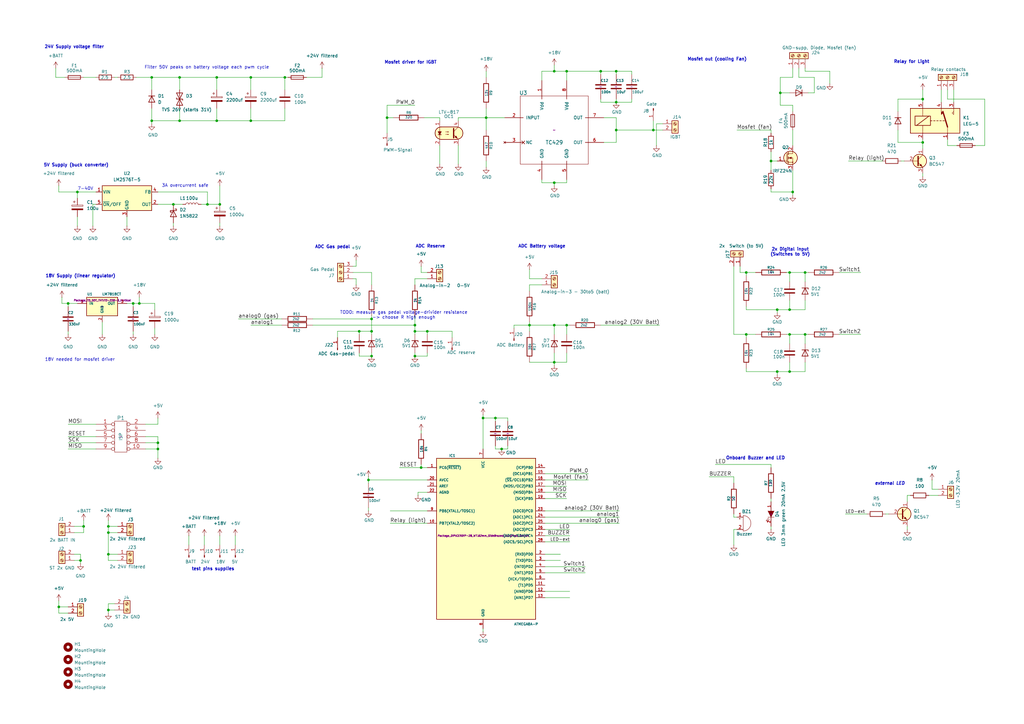
<source format=kicad_sch>
(kicad_sch (version 20231120) (generator "eeschema") (generator_version "8.0")
  (paper "A3")
  (junction (at 227.33 133.35))
  (junction (at 57.15 124.46))
  (junction (at 44.45 250.19))
  (junction (at 34.29 215.9))
  (junction (at 170.18 133.35))
  (junction (at 71.12 83.82))
  (junction (at 267.97 53.34))
  (junction (at 152.4 135.89))
  (junction (at 151.13 196.85))
  (junction (at 217.17 133.35))
  (junction (at 170.18 135.89))
  (junction (at 323.85 152.4))
  (junction (at 62.23 49.53))
  (junction (at 306.07 137.16))
  (junction (at 227.33 74.93))
  (junction (at 323.85 127))
  (junction (at 102.87 31.75))
  (junction (at 318.77 127))
  (junction (at 31.75 78.74))
  (junction (at 152.4 146.05))
  (junction (at 203.2 171.45))
  (junction (at 246.38 29.21))
  (junction (at 320.04 38.1))
  (junction (at 90.17 83.82))
  (junction (at 306.07 111.76))
  (junction (at 378.46 58.42))
  (junction (at 54.61 124.46))
  (junction (at 24.13 248.92))
  (junction (at 252.73 53.34))
  (junction (at 102.87 49.53))
  (junction (at 73.66 49.53))
  (junction (at 330.2 137.16))
  (junction (at 27.94 124.46))
  (junction (at 323.85 137.16))
  (junction (at 325.12 78.74))
  (junction (at 85.09 83.82))
  (junction (at 232.41 29.21))
  (junction (at 64.77 184.15))
  (junction (at 172.72 191.77))
  (junction (at 252.73 41.91))
  (junction (at 44.45 218.44))
  (junction (at 232.41 133.35))
  (junction (at 330.2 111.76))
  (junction (at 199.39 48.26))
  (junction (at 158.75 48.26))
  (junction (at 64.77 181.61))
  (junction (at 44.45 227.33))
  (junction (at 175.26 135.89))
  (junction (at 147.32 135.89))
  (junction (at 323.85 111.76))
  (junction (at 116.84 31.75))
  (junction (at 316.23 66.04))
  (junction (at 170.18 146.05))
  (junction (at 227.33 29.21))
  (junction (at 227.33 148.59))
  (junction (at 152.4 130.81))
  (junction (at 33.02 229.87))
  (junction (at 44.45 215.9))
  (junction (at 205.74 184.15))
  (junction (at 88.9 49.53))
  (junction (at 252.73 29.21))
  (junction (at 88.9 31.75))
  (junction (at 318.77 152.4))
  (junction (at 378.46 40.64))
  (junction (at 198.12 171.45))
  (junction (at 62.23 31.75))
  (junction (at 73.66 31.75))
  (wire (pts (xy 368.3 45.72) (xy 368.3 40.64)))
  (wire (pts (xy 62.23 49.53) (xy 62.23 44.45)))
  (wire (pts (xy 27.94 251.46) (xy 24.13 251.46)))
  (wire (pts (xy 217.17 114.3) (xy 217.17 110.49)))
  (wire (pts (xy 24.13 251.46) (xy 24.13 248.92)))
  (wire (pts (xy 147.32 146.05) (xy 152.4 146.05)))
  (wire (pts (xy 330.2 148.59) (xy 330.2 152.4)))
  (wire (pts (xy 227.33 133.35) (xy 217.17 133.35)))
  (wire (pts (xy 252.73 53.34) (xy 252.73 58.42)))
  (wire (pts (xy 210.82 133.35) (xy 217.17 133.35)))
  (wire (pts (xy 30.48 229.87) (xy 33.02 229.87)))
  (wire (pts (xy 323.85 152.4) (xy 330.2 152.4)))
  (wire (pts (xy 330.2 29.21) (xy 330.2 27.94)))
  (wire (pts (xy 138.43 135.89) (xy 147.32 135.89)))
  (wire (pts (xy 208.28 171.45) (xy 208.28 172.72)))
  (wire (pts (xy 128.27 133.35) (xy 170.18 133.35)))
  (wire (pts (xy 320.04 31.75) (xy 320.04 38.1)))
  (wire (pts (xy 187.96 59.69) (xy 187.96 67.31)))
  (wire (pts (xy 320.04 31.75) (xy 325.12 31.75)))
  (wire (pts (xy 323.85 140.97) (xy 323.85 137.16)))
  (wire (pts (xy 172.72 190.5) (xy 172.72 191.77)))
  (wire (pts (xy 233.68 217.17) (xy 223.52 217.17)))
  (wire (pts (xy 151.13 208.28) (xy 151.13 209.55)))
  (wire (pts (xy 59.69 181.61) (xy 64.77 181.61)))
  (wire (pts (xy 59.69 173.99) (xy 64.77 173.99)))
  (wire (pts (xy 382.27 200.66) (xy 384.81 200.66)))
  (wire (pts (xy 33.02 227.33) (xy 30.48 227.33)))
  (wire (pts (xy 316.23 190.5) (xy 316.23 191.77)))
  (wire (pts (xy 185.42 138.43) (xy 185.42 135.89)))
  (wire (pts (xy 217.17 132.08) (xy 217.17 133.35)))
  (wire (pts (xy 63.5 134.62) (xy 63.5 137.16)))
  (wire (pts (xy 54.61 124.46) (xy 54.61 125.73)))
  (wire (pts (xy 203.2 184.15) (xy 205.74 184.15)))
  (wire (pts (xy 252.73 48.26) (xy 252.73 53.34)))
  (wire (pts (xy 52.07 88.9) (xy 52.07 92.71)))
  (wire (pts (xy 44.45 247.65) (xy 46.99 247.65)))
  (wire (pts (xy 327.66 27.94) (xy 327.66 31.75)))
  (wire (pts (xy 170.18 135.89) (xy 170.18 137.16)))
  (wire (pts (xy 44.45 247.65) (xy 44.45 250.19)))
  (wire (pts (xy 147.32 144.78) (xy 147.32 146.05)))
  (wire (pts (xy 325.12 78.74) (xy 325.12 80.01)))
  (wire (pts (xy 163.83 191.77) (xy 172.72 191.77)))
  (wire (pts (xy 227.33 26.67) (xy 227.33 29.21)))
  (wire (pts (xy 252.73 40.64) (xy 252.73 41.91)))
  (wire (pts (xy 44.45 250.19) (xy 46.99 250.19)))
  (wire (pts (xy 170.18 146.05) (xy 175.26 146.05)))
  (wire (pts (xy 203.2 172.72) (xy 203.2 171.45)))
  (wire (pts (xy 323.85 111.76) (xy 330.2 111.76)))
  (wire (pts (xy 59.69 184.15) (xy 64.77 184.15)))
  (wire (pts (xy 232.41 144.78) (xy 232.41 148.59)))
  (wire (pts (xy 199.39 31.75) (xy 199.39 29.21)))
  (wire (pts (xy 158.75 48.26) (xy 161.29 48.26)))
  (wire (pts (xy 403.86 59.69) (xy 403.86 40.64)))
  (wire (pts (xy 44.45 215.9) (xy 48.26 215.9)))
  (wire (pts (xy 306.07 137.16) (xy 306.07 138.43)))
  (wire (pts (xy 170.18 133.35) (xy 170.18 135.89)))
  (wire (pts (xy 44.45 229.87) (xy 44.45 227.33)))
  (wire (pts (xy 300.99 212.09) (xy 302.26 212.09)))
  (wire (pts (xy 232.41 29.21) (xy 232.41 33.02)))
  (wire (pts (xy 158.75 54.61) (xy 158.75 48.26)))
  (wire (pts (xy 306.07 152.4) (xy 318.77 152.4)))
  (wire (pts (xy 203.2 171.45) (xy 208.28 171.45)))
  (wire (pts (xy 62.23 49.53) (xy 62.23 50.8)))
  (wire (pts (xy 378.46 40.64) (xy 378.46 41.91)))
  (wire (pts (xy 171.45 201.93) (xy 171.45 203.2)))
  (wire (pts (xy 71.12 91.44) (xy 71.12 92.71)))
  (wire (pts (xy 199.39 66.04) (xy 199.39 68.58)))
  (wire (pts (xy 254 209.55) (xy 223.52 209.55)))
  (wire (pts (xy 267.97 49.53) (xy 267.97 53.34)))
  (wire (pts (xy 88.9 31.75) (xy 88.9 36.83)))
  (wire (pts (xy 24.13 248.92) (xy 27.94 248.92)))
  (wire (pts (xy 269.24 50.8) (xy 269.24 59.69)))
  (wire (pts (xy 73.66 44.45) (xy 73.66 49.53)))
  (wire (pts (xy 318.77 152.4) (xy 323.85 152.4)))
  (wire (pts (xy 382.27 200.66) (xy 382.27 196.85)))
  (wire (pts (xy 41.91 132.08) (xy 41.91 137.16)))
  (wire (pts (xy 318.77 127) (xy 323.85 127)))
  (wire (pts (xy 267.97 53.34) (xy 271.78 53.34)))
  (wire (pts (xy 388.62 57.15) (xy 388.62 59.69)))
  (wire (pts (xy 325.12 69.85) (xy 325.12 78.74)))
  (wire (pts (xy 199.39 53.34) (xy 199.39 48.26)))
  (wire (pts (xy 22.86 27.94) (xy 22.86 31.75)))
  (wire (pts (xy 170.18 144.78) (xy 170.18 146.05)))
  (wire (pts (xy 24.13 78.74) (xy 31.75 78.74)))
  (wire (pts (xy 369.57 66.04) (xy 370.84 66.04)))
  (wire (pts (xy 323.85 115.57) (xy 323.85 111.76)))
  (wire (pts (xy 229.87 227.33) (xy 223.52 227.33)))
  (wire (pts (xy 386.08 36.83) (xy 386.08 41.91)))
  (wire (pts (xy 252.73 53.34) (xy 267.97 53.34)))
  (wire (pts (xy 330.2 115.57) (xy 330.2 111.76)))
  (wire (pts (xy 54.61 124.46) (xy 57.15 124.46)))
  (wire (pts (xy 27.94 124.46) (xy 31.75 124.46)))
  (wire (pts (xy 128.27 130.81) (xy 152.4 130.81)))
  (wire (pts (xy 102.87 44.45) (xy 102.87 49.53)))
  (wire (pts (xy 223.52 201.93) (xy 232.41 201.93)))
  (wire (pts (xy 152.4 129.54) (xy 152.4 130.81)))
  (wire (pts (xy 232.41 199.39) (xy 223.52 199.39)))
  (wire (pts (xy 246.38 40.64) (xy 246.38 41.91)))
  (wire (pts (xy 316.23 77.47) (xy 316.23 78.74)))
  (wire (pts (xy 323.85 38.1) (xy 320.04 38.1)))
  (wire (pts (xy 39.37 179.07) (xy 27.94 179.07)))
  (wire (pts (xy 44.45 250.19) (xy 44.45 251.46)))
  (wire (pts (xy 300.99 223.52) (xy 300.99 217.17)))
  (wire (pts (xy 208.28 184.15) (xy 208.28 182.88)))
  (wire (pts (xy 180.34 49.53) (xy 180.34 48.26)))
  (wire (pts (xy 203.2 182.88) (xy 203.2 184.15)))
  (wire (pts (xy 88.9 44.45) (xy 88.9 49.53)))
  (wire (pts (xy 316.23 69.85) (xy 316.23 66.04)))
  (wire (pts (xy 403.86 40.64) (xy 388.62 40.64)))
  (wire (pts (xy 116.84 49.53) (xy 102.87 49.53)))
  (wire (pts (xy 173.99 48.26) (xy 180.34 48.26)))
  (wire (pts (xy 96.52 219.71) (xy 96.52 223.52)))
  (wire (pts (xy 151.13 196.85) (xy 175.26 196.85)))
  (wire (pts (xy 325.12 27.94) (xy 325.12 31.75)))
  (wire (pts (xy 34.29 215.9) (xy 30.48 215.9)))
  (wire (pts (xy 54.61 135.89) (xy 54.61 137.16)))
  (wire (pts (xy 259.08 40.64) (xy 259.08 41.91)))
  (wire (pts (xy 223.52 214.63) (xy 254 214.63)))
  (wire (pts (xy 232.41 204.47) (xy 223.52 204.47)))
  (wire (pts (xy 152.4 111.76) (xy 152.4 116.84)))
  (wire (pts (xy 232.41 29.21) (xy 246.38 29.21)))
  (wire (pts (xy 300.99 210.82) (xy 300.99 212.09)))
  (wire (pts (xy 252.73 48.26) (xy 247.65 48.26)))
  (wire (pts (xy 34.29 31.75) (xy 39.37 31.75)))
  (wire (pts (xy 381 203.2) (xy 384.81 203.2)))
  (wire (pts (xy 90.17 219.71) (xy 90.17 223.52)))
  (wire (pts (xy 252.73 30.48) (xy 252.73 29.21)))
  (wire (pts (xy 205.74 184.15) (xy 208.28 184.15)))
  (wire (pts (xy 217.17 148.59) (xy 227.33 148.59)))
  (wire (pts (xy 227.33 144.78) (xy 227.33 148.59)))
  (wire (pts (xy 88.9 49.53) (xy 73.66 49.53)))
  (wire (pts (xy 198.12 170.18) (xy 198.12 171.45)))
  (wire (pts (xy 24.13 76.2) (xy 24.13 78.74)))
  (wire (pts (xy 303.53 111.76) (xy 306.07 111.76)))
  (wire (pts (xy 198.12 171.45) (xy 198.12 184.15)))
  (wire (pts (xy 52.07 124.46) (xy 54.61 124.46)))
  (wire (pts (xy 170.18 114.3) (xy 170.18 116.84)))
  (wire (pts (xy 71.12 83.82) (xy 74.93 83.82)))
  (wire (pts (xy 125.73 31.75) (xy 132.08 31.75)))
  (wire (pts (xy 34.29 213.36) (xy 34.29 215.9)))
  (wire (pts (xy 222.25 33.02) (xy 222.25 29.21)))
  (wire (pts (xy 373.38 203.2) (xy 372.11 203.2)))
  (wire (pts (xy 34.29 218.44) (xy 34.29 215.9)))
  (wire (pts (xy 44.45 227.33) (xy 44.45 218.44)))
  (wire (pts (xy 102.87 133.35) (xy 115.57 133.35)))
  (wire (pts (xy 172.72 111.76) (xy 175.26 111.76)))
  (wire (pts (xy 175.26 135.89) (xy 170.18 135.89)))
  (wire (pts (xy 227.33 74.93) (xy 227.33 76.2)))
  (wire (pts (xy 198.12 257.81) (xy 198.12 259.08)))
  (wire (pts (xy 372.11 203.2) (xy 372.11 205.74)))
  (wire (pts (xy 77.47 219.71) (xy 77.47 223.52)))
  (wire (pts (xy 363.22 210.82) (xy 364.49 210.82)))
  (wire (pts (xy 48.26 229.87) (xy 44.45 229.87)))
  (wire (pts (xy 152.4 130.81) (xy 152.4 135.89)))
  (wire (pts (xy 64.77 78.74) (xy 85.09 78.74)))
  (wire (pts (xy 227.33 29.21) (xy 232.41 29.21)))
  (wire (pts (xy 306.07 111.76) (xy 306.07 113.03)))
  (wire (pts (xy 223.52 219.71) (xy 233.68 219.71)))
  (wire (pts (xy 152.4 144.78) (xy 152.4 146.05)))
  (wire (pts (xy 175.26 137.16) (xy 175.26 135.89)))
  (wire (pts (xy 217.17 133.35) (xy 217.17 135.89)))
  (wire (pts (xy 175.26 201.93) (xy 171.45 201.93)))
  (wire (pts (xy 144.78 111.76) (xy 152.4 111.76)))
  (wire (pts (xy 116.84 44.45) (xy 116.84 49.53)))
  (wire (pts (xy 146.05 116.84) (xy 146.05 114.3)))
  (wire (pts (xy 39.37 184.15) (xy 27.94 184.15)))
  (wire (pts (xy 340.36 29.21) (xy 330.2 29.21)))
  (wire (pts (xy 391.16 36.83) (xy 391.16 41.91)))
  (wire (pts (xy 116.84 31.75) (xy 118.11 31.75)))
  (wire (pts (xy 331.47 111.76) (xy 330.2 111.76)))
  (wire (pts (xy 33.02 229.87) (xy 33.02 227.33)))
  (wire (pts (xy 368.3 53.34) (xy 368.3 58.42)))
  (wire (pts (xy 160.02 209.55) (xy 175.26 209.55)))
  (wire (pts (xy 241.3 194.31) (xy 223.52 194.31)))
  (wire (pts (xy 146.05 114.3) (xy 144.78 114.3)))
  (wire (pts (xy 172.72 176.53) (xy 172.72 177.8)))
  (wire (pts (xy 270.51 133.35) (xy 246.38 133.35)))
  (wire (pts (xy 306.07 152.4) (xy 306.07 151.13)))
  (wire (pts (xy 320.04 43.18) (xy 325.12 43.18)))
  (wire (pts (xy 73.66 31.75) (xy 73.66 36.83)))
  (wire (pts (xy 252.73 58.42) (xy 247.65 58.42)))
  (wire (pts (xy 199.39 48.26) (xy 207.01 48.26)))
  (wire (pts (xy 302.26 53.34) (xy 316.23 53.34)))
  (wire (pts (xy 322.58 137.16) (xy 323.85 137.16)))
  (wire (pts (xy 246.38 29.21) (xy 252.73 29.21)))
  (wire (pts (xy 172.72 109.22) (xy 172.72 111.76)))
  (wire (pts (xy 38.1 83.82) (xy 39.37 83.82)))
  (wire (pts (xy 232.41 133.35) (xy 227.33 133.35)))
  (wire (pts (xy 323.85 127) (xy 330.2 127)))
  (wire (pts (xy 64.77 184.15) (xy 64.77 187.96)))
  (wire (pts (xy 172.72 191.77) (xy 175.26 191.77)))
  (wire (pts (xy 199.39 48.26) (xy 199.39 44.45)))
  (wire (pts (xy 175.26 144.78) (xy 175.26 146.05)))
  (wire (pts (xy 160.02 214.63) (xy 175.26 214.63)))
  (wire (pts (xy 246.38 41.91) (xy 252.73 41.91)))
  (wire (pts (xy 222.25 73.66) (xy 222.25 74.93)))
  (wire (pts (xy 325.12 53.34) (xy 325.12 59.69)))
  (wire (pts (xy 25.4 121.92) (xy 25.4 124.46)))
  (wire (pts (xy 227.33 137.16) (xy 227.33 133.35)))
  (wire (pts (xy 322.58 111.76) (xy 323.85 111.76)))
  (wire (pts (xy 27.94 135.89) (xy 27.94 137.16)))
  (wire (pts (xy 85.09 78.74) (xy 85.09 83.82)))
  (wire (pts (xy 138.43 138.43) (xy 138.43 135.89)))
  (wire (pts (xy 48.26 218.44) (xy 44.45 218.44)))
  (wire (pts (xy 372.11 215.9) (xy 372.11 217.17)))
  (wire (pts (xy 46.99 31.75) (xy 48.26 31.75)))
  (wire (pts (xy 306.07 127) (xy 306.07 125.73)))
  (wire (pts (xy 62.23 31.75) (xy 62.23 36.83)))
  (wire (pts (xy 347.98 66.04) (xy 361.95 66.04)))
  (wire (pts (xy 24.13 246.38) (xy 24.13 248.92)))
  (wire (pts (xy 31.75 78.74) (xy 31.75 81.28)))
  (wire (pts (xy 325.12 43.18) (xy 325.12 45.72)))
  (wire (pts (xy 30.48 218.44) (xy 34.29 218.44)))
  (wire (pts (xy 259.08 41.91) (xy 252.73 41.91)))
  (wire (pts (xy 331.47 137.16) (xy 330.2 137.16)))
  (wire (pts (xy 334.01 38.1) (xy 331.47 38.1)))
  (wire (pts (xy 187.96 48.26) (xy 187.96 49.53)))
  (wire (pts (xy 227.33 148.59) (xy 232.41 148.59)))
  (wire (pts (xy 97.79 130.81) (xy 115.57 130.81)))
  (wire (pts (xy 330.2 140.97) (xy 330.2 137.16)))
  (wire (pts (xy 27.94 125.73) (xy 27.94 124.46)))
  (wire (pts (xy 233.68 133.35) (xy 232.41 133.35)))
  (wire (pts (xy 147.32 135.89) (xy 152.4 135.89)))
  (wire (pts (xy 318.77 153.67) (xy 318.77 152.4)))
  (wire (pts (xy 33.02 231.14) (xy 33.02 229.87)))
  (wire (pts (xy 198.12 171.45) (xy 203.2 171.45)))
  (wire (pts (xy 233.68 222.25) (xy 223.52 222.25)))
  (wire (pts (xy 344.17 111.76) (xy 353.06 111.76)))
  (wire (pts (xy 306.07 127) (xy 318.77 127)))
  (wire (pts (xy 152.4 135.89) (xy 152.4 137.16)))
  (wire (pts (xy 62.23 31.75) (xy 73.66 31.75)))
  (wire (pts (xy 151.13 198.12) (xy 151.13 196.85)))
  (wire (pts (xy 185.42 135.89) (xy 175.26 135.89)))
  (wire (pts (xy 64.77 181.61) (xy 64.77 184.15)))
  (wire (pts (xy 300.99 195.58) (xy 290.83 195.58)))
  (wire (pts (xy 232.41 74.93) (xy 232.41 73.66)))
  (wire (pts (xy 102.87 49.53) (xy 88.9 49.53)))
  (wire (pts (xy 293.37 190.5) (xy 316.23 190.5)))
  (wire (pts (xy 57.15 124.46) (xy 57.15 121.92)))
  (wire (pts (xy 378.46 58.42) (xy 378.46 60.96)))
  (wire (pts (xy 102.87 31.75) (xy 88.9 31.75)))
  (wire (pts (xy 303.53 109.22) (xy 303.53 111.76)))
  (wire (pts (xy 82.55 83.82) (xy 85.09 83.82)))
  (wire (pts (xy 62.23 49.53) (xy 73.66 49.53)))
  (wire (pts (xy 316.23 204.47) (xy 316.23 205.74)))
  (wire (pts (xy 31.75 78.74) (xy 39.37 78.74)))
  (wire (pts (xy 246.38 29.21) (xy 246.38 30.48)))
  (wire (pts (xy 217.17 116.84) (xy 217.17 119.38)))
  (wire (pts (xy 320.04 38.1) (xy 320.04 43.18)))
  (wire (pts (xy 300.99 137.16) (xy 306.07 137.16)))
  (wire (pts (xy 217.17 116.84) (xy 222.25 116.84)))
  (wire (pts (xy 233.68 245.11) (xy 223.52 245.11)))
  (wire (pts (xy 323.85 137.16) (xy 330.2 137.16)))
  (wire (pts (xy 222.25 114.3) (xy 217.17 114.3)))
  (wire (pts (xy 151.13 195.58) (xy 151.13 196.85)))
  (wire (pts (xy 146.05 106.68) (xy 146.05 109.22)))
  (wire (pts (xy 368.3 58.42) (xy 378.46 58.42)))
  (wire (pts (xy 187.96 48.26) (xy 199.39 48.26)))
  (wire (pts (xy 44.45 218.44) (xy 44.45 215.9)))
  (wire (pts (xy 323.85 123.19) (xy 323.85 127)))
  (wire (pts (xy 316.23 62.23) (xy 316.23 66.04)))
  (wire (pts (xy 227.33 149.86) (xy 227.33 148.59)))
  (wire (pts (xy 31.75 88.9) (xy 31.75 92.71)))
  (wire (pts (xy 323.85 148.59) (xy 323.85 152.4)))
  (wire (pts (xy 146.05 109.22) (xy 144.78 109.22)))
  (wire (pts (xy 316.23 66.04) (xy 318.77 66.04)))
  (wire (pts (xy 316.23 215.9) (xy 316.23 217.17)))
  (wire (pts (xy 223.52 212.09) (xy 254 212.09)))
  (wire (pts (xy 378.46 71.12) (xy 378.46 72.39)))
  (wire (pts (xy 210.82 134.62) (xy 210.82 133.35)))
  (wire (pts (xy 403.86 59.69) (xy 400.05 59.69)))
  (wire (pts (xy 55.88 31.75) (xy 62.23 31.75)))
  (wire (pts (xy 64.77 173.99) (xy 64.77 171.45)))
  (wire (pts (xy 27.94 173.99) (xy 39.37 173.99)))
  (wire (pts (xy 223.52 229.87) (xy 229.87 229.87)))
  (wire (pts (xy 334.01 31.75) (xy 327.66 31.75)))
  (wire (pts (xy 316.23 53.34) (xy 316.23 54.61)))
  (wire (pts (xy 223.52 232.41) (xy 240.03 232.41)))
  (wire (pts (xy 170.18 114.3) (xy 175.26 114.3)))
  (wire (pts (xy 259.08 30.48) (xy 259.08 29.21)))
  (wire (pts (xy 170.18 129.54) (xy 170.18 133.35)))
  (wire (pts (xy 90.17 76.2) (xy 90.17 83.82)))
  (wire (pts (xy 306.07 111.76) (xy 309.88 111.76)))
  (wire (pts (xy 223.52 242.57) (xy 233.68 242.57)))
  (wire (pts (xy 300.99 198.12) (xy 300.99 195.58)))
  (wire (pts (xy 85.09 83.82) (xy 90.17 83.82)))
  (wire (pts (xy 116.84 31.75) (xy 116.84 36.83)))
  (wire (pts (xy 25.4 124.46) (xy 27.94 124.46)))
  (wire (pts (xy 158.75 43.18) (xy 170.18 43.18)))
  (wire (pts (xy 340.36 34.29) (xy 340.36 29.21)))
  (wire (pts (xy 300.99 109.22) (xy 300.99 137.16)))
  (wire (pts (xy 344.17 137.16) (xy 353.06 137.16)))
  (wire (pts (xy 102.87 31.75) (xy 116.84 31.75)))
  (wire (pts (xy 368.3 40.64) (xy 378.46 40.64)))
  (wire (pts (xy 63.5 127) (xy 63.5 124.46)))
  (wire (pts (xy 102.87 31.75) (xy 102.87 36.83)))
  (wire (pts (xy 300.99 217.17) (xy 302.26 217.17)))
  (wire (pts (xy 227.33 74.93) (xy 232.41 74.93)))
  (wire (pts (xy 306.07 137.16) (xy 309.88 137.16)))
  (wire (pts (xy 83.82 219.71) (xy 83.82 223.52)))
  (wire (pts (xy 90.17 91.44) (xy 90.17 92.71)))
  (wire (pts (xy 64.77 179.07) (xy 64.77 181.61)))
  (wire (pts (xy 44.45 227.33) (xy 48.26 227.33)))
  (wire (pts (xy 334.01 38.1) (xy 334.01 31.75)))
  (wire (pts (xy 330.2 123.19) (xy 330.2 127)))
  (wire (pts (xy 147.32 137.16) (xy 147.32 135.89)))
  (wire (pts (xy 259.08 29.21) (xy 252.73 29.21)))
  (wire (pts (xy 64.77 179.07) (xy 59.69 179.07)))
  (wire (pts (xy 240.03 234.95) (xy 223.52 234.95)))
  (wire (pts (xy 378.46 36.83) (xy 378.46 40.64)))
  (wire (pts (xy 388.62 40.64) (xy 388.62 36.83)))
  (wire (pts (xy 346.71 210.82) (xy 355.6 210.82)))
  (wire (pts (xy 378.46 57.15) (xy 378.46 58.42)))
  (wire (pts (xy 38.1 92.71) (xy 38.1 83.82)))
  (wire (pts (xy 269.24 50.8) (xy 271.78 50.8)))
  (wire (pts (xy 63.5 124.46) (xy 57.15 124.46)))
  (wire (pts (xy 388.62 59.69) (xy 392.43 59.69)))
  (wire (pts (xy 222.25 74.93) (xy 227.33 74.93)))
  (wire (pts (xy 71.12 83.82) (xy 64.77 83.82)))
  (wire (pts (xy 132.08 27.94) (xy 132.08 31.75)))
  (wire (pts (xy 223.52 196.85) (xy 241.3 196.85)))
  (wire (pts (xy 158.75 43.18) (xy 158.75 48.26)))
  (wire (pts (xy 316.23 78.74) (xy 325.12 78.74)))
  (wire (pts (xy 222.25 29.21) (xy 227.33 29.21)))
  (wire (pts (xy 180.34 59.69) (xy 180.34 67.31)))
  (wire (pts (xy 27.94 181.61) (xy 39.37 181.61)))
  (wire (pts (xy 44.45 213.36) (xy 44.45 215.9)))
  (wire (pts (xy 88.9 31.75) (xy 73.66 31.75)))
  (wire (pts (xy 232.41 137.16) (xy 232.41 133.35)))
  (wire (pts (xy 22.86 31.75) (xy 26.67 31.75)))
  (wire (pts (xy 318.77 128.27) (xy 318.77 127)))
  (text "ADC Reserve" (at 176.53 101.092 0) (effects (font (size 1.27 1.27) (thickness 0.254) (bold yes))))
  (text "7-40V" (at 35.052 77.47 0) (effects (font (size 1.27 1.27))))
  (text "Onboard Buzzer and LED" (at 309.88 187.96 0) (effects (font (size 1.27 1.27) (thickness 0.254) (bold yes))))
  (text "ADC Battery voltage" (at 222.25 101.092 0) (effects (font (size 1.27 1.27) (thickness 0.254) (bold yes))))
  (text "ADC Gas pedal" (at 136.398 101.346 0) (effects (font (size 1.27 1.27) (thickness 0.254) (bold yes))))
  (text "Mosfet driver for IGBT" (at 168.402 25.654 0) (effects (font (size 1.27 1.27) (thickness 0.254) (bold yes))))
  (text "18V needed for mosfet driver" (at 32.766 147.574 0) (effects (font (size 1.27 1.27))))
  (text "24V Supply voltage filter" (at 30.48 19.304 0) (effects (font (size 1.27 1.27) (thickness 0.254) (bold yes))))
  (text "5V Supply (buck converter)" (at 31.242 67.818 0) (effects (font (size 1.27 1.27) (thickness 0.254) (bold yes))))
  (text "test pins supplies" (at 87.376 233.426 0) (effects (font (size 1.27 1.27) (thickness 0.254) (bold yes))))
  (text "18V Supply (linear regulator)" (at 33.02 113.284 0) (effects (font (size 1.27 1.27) (thickness 0.254) (bold yes))))
  (text "2x Digital input\n(Switches to 5V)" (at 324.104 103.378 0) (effects (font (size 1.27 1.27) (thickness 0.254) (bold yes))))
  (text "Filter 50V peaks on battery voltage each pwm cycle" (at 84.836 27.686 0) (effects (font (size 1.27 1.27))))
  (text "TODO: measure gas pedal voltage-drivider resistance\n-> choose R high enough" (at 165.608 129.286 0) (effects (font (size 1.27 1.27))))
  (text "external LED" (at 364.998 198.374 0) (effects (font (size 1.27 1.27) (thickness 0.254) (bold yes) (italic yes))))
  (text "3A overcurrent safe" (at 75.946 76.2 0) (effects (font (size 1.27 1.27))))
  (text "Mosfet out (cooling Fan)" (at 294.132 24.384 0) (effects (font (size 1.27 1.27) (thickness 0.254) (bold yes))))
  (text "Relay for Light" (at 373.888 25.4 0) (effects (font (size 1.27 1.27) (thickness 0.254) (bold yes))))
  (label "Mosfet (fan)" (at 302.26 53.34 0) (effects (font (size 1.524 1.524))))
  (label "analog0 (gas)" (at 254 214.63 180) (effects (font (size 1.524 1.524))))
  (label "LED" (at 233.68 217.17 180) (effects (font (size 1.524 1.524))))
  (label "BUZZER" (at 233.68 219.71 180) (effects (font (size 1.524 1.524))))
  (label "Relay (light)" (at 347.98 66.04 0) (effects (font (size 1.524 1.524))))
  (label "MISO" (at 232.41 201.93 180) (effects (font (size 1.524 1.524))))
  (label "BUZZER" (at 290.83 195.58 0) (effects (font (size 1.524 1.524))))
  (label "RESET" (at 163.83 191.77 0) (effects (font (size 1.524 1.524))))
  (label "analog1" (at 254 212.09 180) (effects (font (size 1.524 1.524))))
  (label "analog1" (at 102.87 133.35 0) (effects (font (size 1.524 1.524))))
  (label "analog2 (30V Batt)" (at 254 209.55 180) (effects (font (size 1.524 1.524))))
  (label "SCK" (at 27.94 181.61 0) (effects (font (size 1.524 1.524))))
  (label "MOSI" (at 27.94 173.99 0) (effects (font (size 1.524 1.524))))
  (label "SCK" (at 232.41 204.47 180) (effects (font (size 1.524 1.524))))
  (label "LED-ext" (at 346.71 210.82 0))
  (label "MOSI" (at 232.41 199.39 180) (effects (font (size 1.524 1.524))))
  (label "Relay (light)" (at 160.02 214.63 0) (effects (font (size 1.524 1.524))))
  (label "PWM_0" (at 170.18 43.18 180) (effects (font (size 1.524 1.524))))
  (label "LED-ext" (at 233.68 222.25 180))
  (label "MISO" (at 27.94 184.15 0) (effects (font (size 1.524 1.524))))
  (label "analog0 (gas)" (at 97.79 130.81 0) (effects (font (size 1.524 1.524))))
  (label "analog2 (30V Batt)" (at 270.51 133.35 180) (effects (font (size 1.524 1.524))))
  (label "Switch1" (at 353.06 111.76 180) (effects (font (size 1.524 1.524))))
  (label "Switch1" (at 240.03 232.41 180) (effects (font (size 1.524 1.524))))
  (label "PWM_0" (at 241.3 194.31 180) (effects (font (size 1.524 1.524))))
  (label "Switch2" (at 353.06 137.16 180) (effects (font (size 1.524 1.524))))
  (label "LED" (at 293.37 190.5 0) (effects (font (size 1.524 1.524))))
  (label "Switch2" (at 240.03 234.95 180) (effects (font (size 1.524 1.524))))
  (label "Mosfet (fan)" (at 241.3 196.85 180) (effects (font (size 1.524 1.524))))
  (label "RESET" (at 27.94 179.07 0) (effects (font (size 1.524 1.524))))
  (symbol (lib_id "control-rescue:R") (at 217.17 125.73 0) (unit 1)
    (property "Reference" "R16" (at 219.202 125.73 90) (effects (font (size 1.016 1.016))))
    (property "Value" "150k" (at 217.3478 125.7046 90) (effects (font (size 1.016 1.016))))
    (property "Footprint" "Resistor_THT:R_Axial_DIN0207_L6.3mm_D2.5mm_P10.16mm_Horizontal" (effects (hide yes)))
    (property "Datasheet" "~" (at 217.17 125.73 0) (effects (font (size 0.762 0.762))))
  )
  (symbol (lib_id "control-rescue:CONN_5X2") (at 49.53 179.07 0) (unit 1)
    (property "Reference" "P1" (at 49.53 171.45 0) (effects (font (size 1.524 1.524))))
    (property "Value" "ISP" (at 49.53 179.07 90))
    (property "Footprint" "Connector_IDC:IDC-Header_2x05_P2.54mm_Vertical" (effects (hide yes)))
    (property "Datasheet" "~" (at 49.53 179.07 0) (effects (font (size 1.524 1.524))))
  )
  (symbol (lib_id "power:+24V") (at 25.4 121.92 0) (unit 1)
    (property "Reference" "#PWR03" (effects (hide yes)))
    (property "Value" "+24V filtered" (at 25.4 116.84 0))
    (property "Description" "Power symbol creates a global label with name \"+24V\"" (effects (hide yes)))
  )
  (symbol (lib_id "power:+5V") (at 382.27 196.85 0) (unit 1)
    (property "Reference" "#PWR031" (effects (hide yes)))
    (property "Value" "+5V" (at 382.27 191.77 0))
    (property "Description" "Power symbol creates a global label with name \"+5V\"" (effects (hide yes)))
  )
  (symbol (lib_id "power:GND") (at 38.1 92.71 0) (unit 1)
    (property "Reference" "#PWR06" (effects (hide yes)))
    (property "Value" "GND" (at 38.1 97.79 0))
    (property "Description" "Power symbol creates a global label with name \"GND\" , ground" (effects (hide yes)))
  )
  (symbol (lib_id "power:+5V") (at 24.13 246.38 0) (unit 1)
    (property "Reference" "#PWR062" (effects (hide yes)))
    (property "Value" "+5V" (at 24.13 241.3 0))
    (property "Description" "Power symbol creates a global label with name \"+5V\"" (effects (hide yes)))
  )
  (symbol (lib_id "control-rescue:R") (at 316.23 198.12 180) (unit 1)
    (property "Reference" "R7" (at 314.198 198.12 90) (effects (font (size 1.016 1.016))))
    (property "Value" "130" (at 316.0522 198.1454 90) (effects (font (size 1.016 1.016))))
    (property "Footprint" "Resistor_THT:R_Axial_DIN0207_L6.3mm_D2.5mm_P10.16mm_Horizontal" (effects (hide yes)))
    (property "Datasheet" "~" (at 316.23 198.12 0) (effects (font (size 0.762 0.762))))
  )
  (symbol (lib_id "Connector:Conn_01x01_Pin") (at 267.97 44.45 270) (unit 1)
    (property "Reference" "J8" (at 266.192 45.466 90) (effects (justify right)))
    (property "Value" "Gate" (at 269.494 42.672 90) (effects (justify right)))
    (property "Footprint" "Connector_PinHeader_1.00mm:PinHeader_1x01_P1.00mm_Vertical" (effects (hide yes)))
    (property "Description" "Generic connector, single row, 01x01, script generated" (effects (hide yes)))
  )
  (symbol (lib_id "Connector:Conn_01x01_Pin") (at 138.43 143.51 90) (unit 1)
    (property "Reference" "J22" (at 133.096 141.478 90) (effects (justify right)))
    (property "Value" "ADC Gas-pedal" (at 130.556 145.034 90) (effects (justify right)))
    (property "Footprint" "Connector_PinHeader_1.00mm:PinHeader_1x01_P1.00mm_Vertical" (effects (hide yes)))
    (property "Description" "Generic connector, single row, 01x01, script generated" (effects (hide yes)))
  )
  (symbol (lib_id "Mechanical:MountingHole") (at 27.94 270.51 0) (unit 1) (exclude_from_sim yes) (in_bom no)
    (property "Reference" "H2" (at 30.48 269.2399 0) (effects (justify left)))
    (property "Value" "MountingHole" (at 30.48 271.7799 0) (effects (justify left)))
    (property "Footprint" "MountingHole:MountingHole_5.3mm_M5" (effects (hide yes)))
    (property "Description" "Mounting Hole without connection" (effects (hide yes)))
  )
  (symbol (lib_id "Connector:Screw_Terminal_01x02") (at 276.86 50.8 0) (unit 1)
    (property "Reference" "J14" (at 275.844 48.006 0) (effects (justify left)))
    (property "Value" "IGBT" (at 274.828 56.134 0) (effects (justify left)))
    (property "Footprint" "TerminalBlock:TerminalBlock_bornier-2_P5.08mm" (effects (hide yes)))
    (property "Description" "Generic screw terminal, single row, 01x02, script generated (kicad-library-utils/schlib/autogen/connector/)" (effects (hide yes)))
  )
  (symbol (lib_id "power:+24V") (at 24.13 76.2 0) (unit 1)
    (property "Reference" "#PWR02" (effects (hide yes)))
    (property "Value" "+24V filtered" (at 24.13 71.12 0))
    (property "Description" "Power symbol creates a global label with name \"+24V\"" (effects (hide yes)))
  )
  (symbol (lib_id "power:GND") (at 152.4 146.05 0) (unit 1)
    (property "Reference" "#PWR039" (effects (hide yes)))
    (property "Value" "GND" (at 152.4 149.86 0))
    (property "Description" "Power symbol creates a global label with name \"GND\" , ground" (effects (hide yes)))
  )
  (symbol (lib_id "power:GND") (at 64.77 187.96 0) (unit 1)
    (property "Reference" "#PWR050" (effects (hide yes)))
    (property "Value" "GND" (at 64.77 191.77 0))
    (property "Description" "Power symbol creates a global label with name \"GND\" , ground" (effects (hide yes)))
  )
  (symbol (lib_id "power:GND") (at 372.11 217.17 0) (unit 1)
    (property "Reference" "#PWR028" (effects (hide yes)))
    (property "Value" "GND" (at 372.11 220.98 0))
    (property "Description" "Power symbol creates a global label with name \"GND\" , ground" (effects (hide yes)))
  )
  (symbol (lib_id "power:GND") (at 227.33 149.86 0) (unit 1)
    (property "Reference" "#PWR046" (effects (hide yes)))
    (property "Value" "GND" (at 227.33 153.67 0))
    (property "Description" "Power symbol creates a global label with name \"GND\" , ground" (effects (hide yes)))
  )
  (symbol (lib_id "Connector:Conn_01x01_Pin") (at 90.17 228.6 90) (unit 1)
    (property "Reference" "J11" (at 90.17 226.06 90) (effects (justify right)))
    (property "Value" "18V" (at 88.646 230.378 90) (effects (justify right)))
    (property "Footprint" "Connector_PinHeader_1.00mm:PinHeader_1x01_P1.00mm_Vertical" (effects (hide yes)))
    (property "Description" "Generic connector, single row, 01x01, script generated" (effects (hide yes)))
  )
  (symbol (lib_id "Device:D") (at 327.66 38.1 180) (unit 1)
    (property "Reference" "D9" (at 327.66 35.814 0))
    (property "Value" "D" (effects (hide yes)))
    (property "Footprint" "Diode_THT:D_T-1_P12.70mm_Horizontal" (effects (hide yes)))
    (property "Description" "Diode" (effects (hide yes)))
    (property "Sim.Device" "D" (effects (hide yes)))
    (property "Sim.Pins" "1=K 2=A" (effects (hide yes)))
  )
  (symbol (lib_id "power:+24V") (at 132.08 27.94 0) (unit 1)
    (property "Reference" "#PWR022" (effects (hide yes)))
    (property "Value" "+24V filtered" (at 132.08 22.86 0))
    (property "Description" "Power symbol creates a global label with name \"+24V\"" (effects (hide yes)))
  )
  (symbol (lib_id "control-rescue:C") (at 208.28 177.8 0) (unit 1)
    (property "Reference" "C8" (at 208.28 175.26 0) (effects (font (size 1.016 1.016)) (justify left)))
    (property "Value" "10uF" (at 208.4324 179.959 0) (effects (font (size 1.016 1.016)) (justify left)))
    (property "Footprint" "Capacitor_THT:CP_Radial_D5.0mm_P2.50mm" (effects (hide yes)))
    (property "Datasheet" "~" (at 208.28 177.8 0) (effects (font (size 1.524 1.524))))
  )
  (symbol (lib_id "power:GND") (at 170.18 146.05 0) (unit 1)
    (property "Reference" "#PWR041" (effects (hide yes)))
    (property "Value" "GND" (at 170.18 149.86 0))
    (property "Description" "Power symbol creates a global label with name \"GND\" , ground" (effects (hide yes)))
  )
  (symbol (lib_id "control-rescue:C") (at 203.2 177.8 0) (unit 1)
    (property "Reference" "C7" (at 203.2 175.26 0) (effects (font (size 1.016 1.016)) (justify left)))
    (property "Value" "100nF" (at 203.3524 179.959 0) (effects (font (size 1.016 1.016)) (justify left)))
    (property "Footprint" "Capacitor_THT:C_Disc_D7.0mm_W2.5mm_P5.00mm" (effects (hide yes)))
    (property "Datasheet" "~" (at 203.2 177.8 0) (effects (font (size 1.524 1.524))))
  )
  (symbol (lib_id "power:GND") (at 316.23 217.17 0) (unit 1)
    (property "Reference" "#PWR029" (effects (hide yes)))
    (property "Value" "GND" (at 316.23 220.98 0))
    (property "Description" "Power symbol creates a global label with name \"GND\" , ground" (effects (hide yes)))
  )
  (symbol (lib_id "Device:Fuse") (at 121.92 31.75 90) (unit 1)
    (property "Reference" "F2" (at 121.92 26.924 90))
    (property "Value" "500mA" (at 121.92 28.956 90))
    (property "Footprint" "Fuse:Fuseholder_Cylinder-5x20mm_Stelvio-Kontek_PTF78_Horizontal_Open" (effects (hide yes)))
    (property "Description" "Fuse" (effects (hide yes)))
  )
  (symbol (lib_id "Device:D_Zener") (at 152.4 140.97 90) (mirror x) (unit 1)
    (property "Reference" "D5" (at 156.464 139.7 90) (effects (justify left)))
    (property "Value" "5V1" (at 157.48 141.732 90) (effects (justify left)))
    (property "Footprint" "Diode_THT:D_A-405_P10.16mm_Horizontal" (effects (hide yes)))
    (property "Description" "Zener diode" (effects (hide yes)))
  )
  (symbol (lib_id "Mechanical:MountingHole") (at 27.94 275.59 0) (unit 1) (exclude_from_sim yes) (in_bom no)
    (property "Reference" "H3" (at 30.48 274.3199 0) (effects (justify left)))
    (property "Value" "MountingHole" (at 30.48 276.8599 0) (effects (justify left)))
    (property "Footprint" "MountingHole:MountingHole_5.3mm_M5" (effects (hide yes)))
    (property "Description" "Mounting Hole without connection" (effects (hide yes)))
  )
  (symbol (lib_id "power:+15V") (at 227.33 26.67 0) (unit 1)
    (property "Reference" "#PWR035" (effects (hide yes)))
    (property "Value" "+18V" (at 227.33 21.59 0))
    (property "Description" "Power symbol creates a global label with name \"+15V\"" (effects (hide yes)))
  )
  (symbol (lib_id "control-rescue:R") (at 240.03 133.35 90) (unit 1)
    (property "Reference" "R20" (at 239.776 131.318 90) (effects (font (size 1.016 1.016))))
    (property "Value" "2k2" (at 239.522 133.35 90) (effects (font (size 1.016 1.016))))
    (property "Footprint" "Resistor_THT:R_Axial_DIN0207_L6.3mm_D2.5mm_P10.16mm_Horizontal" (effects (hide yes)))
    (property "Datasheet" "~" (at 240.03 133.35 0) (effects (font (size 0.762 0.762))))
  )
  (symbol (lib_id "power:+15V") (at 57.15 121.92 0) (unit 1)
    (property "Reference" "#PWR010" (effects (hide yes)))
    (property "Value" "+18V" (at 57.15 116.84 0))
    (property "Description" "Power symbol creates a global label with name \"+15V\"" (effects (hide yes)))
  )
  (symbol (lib_id "power:+5V") (at 217.17 110.49 0) (unit 1)
    (property "Reference" "#PWR044" (effects (hide yes)))
    (property "Value" "+5V" (at 217.17 105.41 0))
    (property "Description" "Power symbol creates a global label with name \"+5V\"" (effects (hide yes)))
  )
  (symbol (lib_id "control-rescue:R") (at 170.18 123.19 0) (unit 1)
    (property "Reference" "R14" (at 172.212 123.19 90) (effects (font (size 1.016 1.016))))
    (property "Value" "1k" (at 170.3578 123.1646 90) (effects (font (size 1.016 1.016))))
    (property "Footprint" "Resistor_THT:R_Axial_DIN0207_L6.3mm_D2.5mm_P10.16mm_Horizontal" (effects (hide yes)))
    (property "Datasheet" "~" (at 170.18 123.19 0) (effects (font (size 0.762 0.762))))
  )
  (symbol (lib_id "power:GND") (at 180.34 67.31 0) (mirror y) (unit 1)
    (property "Reference" "#PWR030" (effects (hide yes)))
    (property "Value" "GND" (at 180.594 71.374 0))
    (property "Description" "Power symbol creates a global label with name \"GND\" , ground" (effects (hide yes)))
  )
  (symbol (lib_id "Device:C") (at 175.26 140.97 0) (unit 1)
    (property "Reference" "C15" (at 177.8 140.462 0) (effects (justify left)))
    (property "Value" "100n" (at 177.8 142.494 0) (effects (justify left)))
    (property "Footprint" "Capacitor_THT:C_Disc_D7.0mm_W2.5mm_P5.00mm" (effects (hide yes)))
    (property "Description" "Unpolarized capacitor" (effects (hide yes)))
  )
  (symbol (lib_id "Connector:Conn_01x01_Pin") (at 158.75 59.69 90) (unit 1)
    (property "Reference" "J5" (at 158.75 57.15 90) (effects (justify right)))
    (property "Value" "PWM-Signal" (at 157.226 61.468 90) (effects (justify right)))
    (property "Footprint" "Connector_PinHeader_1.00mm:PinHeader_1x01_P1.00mm_Vertical" (effects (hide yes)))
    (property "Description" "Generic connector, single row, 01x01, script generated" (effects (hide yes)))
  )
  (symbol (lib_id "control-rescue:R") (at 337.82 137.16 90) (unit 1)
    (property "Reference" "R27" (at 337.82 135.128 90) (effects (font (size 1.016 1.016))))
    (property "Value" "2k2" (at 337.312 137.16 90) (effects (font (size 1.016 1.016))))
    (property "Footprint" "Resistor_THT:R_Axial_DIN0207_L6.3mm_D2.5mm_P10.16mm_Horizontal" (effects (hide yes)))
    (property "Datasheet" "~" (at 337.82 137.16 0) (effects (font (size 0.762 0.762))))
  )
  (symbol (lib_id "Device:D_Zener") (at 227.33 140.97 270) (unit 1)
    (property "Reference" "D7" (at 222.758 139.7 90) (effects (justify left)))
    (property "Value" "5V1" (at 221.996 141.732 90) (effects (justify left)))
    (property "Footprint" "Diode_THT:D_A-405_P10.16mm_Horizontal" (effects (hide yes)))
    (property "Description" "Zener diode" (effects (hide yes)))
  )
  (symbol (lib_id "treiber-rescue:C") (at 252.73 35.56 0) (unit 1)
    (property "Reference" "C13" (at 252.73 33.02 0) (effects (font (size 1.016 1.016)) (justify left)))
    (property "Value" "10uF" (at 252.8824 37.719 0) (effects (font (size 1.016 1.016)) (justify left)))
    (property "Footprint" "Capacitor_THT:CP_Radial_D5.0mm_P2.50mm" (effects (hide yes)))
    (property "Datasheet" "~" (at 252.73 35.56 0) (effects (font (size 1.524 1.524))))
  )
  (symbol (lib_id "power:GND") (at 378.46 72.39 0) (unit 1)
    (property "Reference" "#PWR058" (effects (hide yes)))
    (property "Value" "GND" (at 378.46 76.2 0))
    (property "Description" "Power symbol creates a global label with name \"GND\" , ground" (effects (hide yes)))
  )
  (symbol (lib_id "Transistor_BJT_AKL:BC547") (at 369.57 210.82 0) (unit 1)
    (property "Reference" "Q1" (at 374.65 209.5499 0) (effects (justify left)))
    (property "Value" "BC547" (at 374.65 212.0899 0) (effects (justify left)))
    (property "Footprint" "Package_TO_SOT_THT:TO-92L" (effects (hide yes)))
    (property "Datasheet" "https://www.tme.eu/Document/6c5d898a533a0762c2bc33eb26c283a8/BC546-550-DTE.pdf" (effects (hide yes)))
    (property "Description" "NPN TO-92 transistor, 45V, 100mA, 500mW, Complementary to BC557, Alternate KiCAD Library" (effects (hide yes)))
  )
  (symbol (lib_id "control-rescue:R") (at 217.17 142.24 0) (unit 1)
    (property "Reference" "R17" (at 219.202 142.24 90) (effects (font (size 1.016 1.016))))
    (property "Value" "30k" (at 217.3478 142.2146 90) (effects (font (size 1.016 1.016))))
    (property "Footprint" "Resistor_THT:R_Axial_DIN0207_L6.3mm_D2.5mm_P10.16mm_Horizontal" (effects (hide yes)))
    (property "Datasheet" "~" (at 217.17 142.24 0) (effects (font (size 0.762 0.762))))
  )
  (symbol (lib_id "power:GND") (at 33.02 231.14 0) (unit 1)
    (property "Reference" "#PWR023" (effects (hide yes)))
    (property "Value" "GND" (at 33.02 236.22 0))
    (property "Description" "Power symbol creates a global label with name \"GND\" , ground" (effects (hide yes)))
  )
  (symbol (lib_id "power:GND") (at 340.36 34.29 0) (mirror y) (unit 1)
    (property "Reference" "#PWR045" (effects (hide yes)))
    (property "Value" "GND" (at 336.804 36.068 0))
    (property "Description" "Power symbol creates a global label with name \"GND\" , ground" (effects (hide yes)))
  )
  (symbol (lib_id "power:GND") (at 146.05 116.84 0) (unit 1)
    (property "Reference" "#PWR038" (effects (hide yes)))
    (property "Value" "GND" (at 146.05 120.65 0))
    (property "Description" "Power symbol creates a global label with name \"GND\" , ground" (effects (hide yes)))
  )
  (symbol (lib_id "Device:Fuse") (at 396.24 59.69 90) (unit 1)
    (property "Reference" "F3" (at 396.24 54.864 90))
    (property "Value" "500mA" (at 396.24 56.896 90))
    (property "Footprint" "Fuse:Fuseholder_Cylinder-5x20mm_Stelvio-Kontek_PTF78_Horizontal_Open" (effects (hide yes)))
    (property "Description" "Fuse" (effects (hide yes)))
  )
  (symbol (lib_id "Device:R") (at 365.76 66.04 90) (unit 1)
    (property "Reference" "R21" (at 365.76 59.69 90))
    (property "Value" "470" (at 365.76 62.23 90))
    (property "Footprint" "Resistor_THT:R_Axial_DIN0207_L6.3mm_D2.5mm_P10.16mm_Horizontal" (effects (hide yes)))
    (property "Description" "Resistor" (effects (hide yes)))
  )
  (symbol (lib_id "Device:R") (at 52.07 31.75 90) (unit 1)
    (property "Reference" "R3" (at 52.07 29.464 90))
    (property "Value" "2.5" (at 52.07 31.75 90))
    (property "Footprint" "Resistor_THT:R_Axial_DIN0922_L20.0mm_D9.0mm_P25.40mm_Horizontal" (effects (hide yes)))
    (property "Description" "Resistor" (effects (hide yes)))
  )
  (symbol (lib_id "Device:R") (at 316.23 73.66 180) (unit 1)
    (property "Reference" "R19" (at 313.944 73.66 90))
    (property "Value" "22k" (at 316.23 73.66 90))
    (property "Footprint" "Resistor_THT:R_Axial_DIN0207_L6.3mm_D2.5mm_P10.16mm_Horizontal" (effects (hide yes)))
    (property "Description" "Resistor" (effects (hide yes)))
  )
  (symbol (lib_id "control-rescue:ATMEGA8A-P") (at 198.12 219.71 0) (unit 1)
    (property "Reference" "IC1" (at 184.15 187.452 0) (effects (font (size 1.016 1.016)) (justify left bottom)))
    (property "Value" "ATMEGA8A-P" (at 210.82 256.54 0) (effects (font (size 1.016 1.016)) (justify left bottom)))
    (property "Footprint" "Package_DIP:CERDIP-28_W7.62mm_SideBrazed_LongPads_Socket" (at 198.12 219.71 0) (effects (font (size 0.762 0.762) (italic yes))))
    (property "Datasheet" "~" (at 198.12 219.71 0) (effects (font (size 1.524 1.524))))
  )
  (symbol (lib_id "control-rescue:R") (at 152.4 123.19 0) (unit 1)
    (property "Reference" "R13" (at 154.432 123.19 90) (effects (font (size 1.016 1.016))))
    (property "Value" "1k" (at 152.5778 123.1646 90) (effects (font (size 1.016 1.016))))
    (property "Footprint" "Resistor_THT:R_Axial_DIN0207_L6.3mm_D2.5mm_P10.16mm_Horizontal" (effects (hide yes)))
    (property "Datasheet" "~" (at 152.4 123.19 0) (effects (font (size 0.762 0.762))))
  )
  (symbol (lib_id "power:GND") (at 205.74 184.15 0) (mirror y) (unit 1)
    (property "Reference" "#PWR021" (effects (hide yes)))
    (property "Value" "GND" (at 209.55 185.674 0))
    (property "Description" "Power symbol creates a global label with name \"GND\" , ground" (effects (hide yes)))
  )
  (symbol (lib_id "Device:R") (at 316.23 58.42 180) (unit 1)
    (property "Reference" "R18" (at 313.944 58.42 90))
    (property "Value" "1k" (at 316.23 58.42 90))
    (property "Footprint" "Resistor_THT:R_Axial_DIN0207_L6.3mm_D2.5mm_P10.16mm_Horizontal" (effects (hide yes)))
    (property "Description" "Resistor" (effects (hide yes)))
  )
  (symbol (lib_id "power:+BATT") (at 22.86 27.94 0) (unit 1)
    (property "Reference" "#PWR01" (effects (hide yes)))
    (property "Value" "+BATT" (at 22.86 22.86 0))
    (property "Description" "Power symbol creates a global label with name \"+BATT\"" (effects (hide yes)))
  )
  (symbol (lib_id "power:+BATT") (at 34.29 213.36 0) (unit 1)
    (property "Reference" "#PWR024" (effects (hide yes)))
    (property "Value" "+BATT" (at 34.29 209.55 0))
    (property "Description" "Power symbol creates a global label with name \"+BATT\"" (effects (hide yes)))
  )
  (symbol (lib_id "Device:D_Zener") (at 170.18 140.97 270) (unit 1)
    (property "Reference" "D6" (at 165.608 139.7 90) (effects (justify left)))
    (property "Value" "5V1" (at 164.846 141.732 90) (effects (justify left)))
    (property "Footprint" "Diode_THT:D_A-405_P10.16mm_Horizontal" (effects (hide yes)))
    (property "Description" "Zener diode" (effects (hide yes)))
  )
  (symbol (lib_id "Connector:Screw_Terminal_01x02") (at 53.34 215.9 0) (unit 1)
    (property "Reference" "J3" (at 52.324 213.106 0) (effects (justify left)))
    (property "Value" "2x 24V filtered" (at 44.958 220.98 0) (effects (justify left)))
    (property "Footprint" "TerminalBlock:TerminalBlock_bornier-2_P5.08mm" (effects (hide yes)))
    (property "Description" "Generic screw terminal, single row, 01x02, script generated (kicad-library-utils/schlib/autogen/connector/)" (effects (hide yes)))
  )
  (symbol (lib_id "control-rescue:C") (at 151.13 203.2 0) (unit 1)
    (property "Reference" "C6" (at 151.13 200.66 0) (effects (font (size 1.016 1.016)) (justify left)))
    (property "Value" "100nF" (at 151.2824 205.359 0) (effects (font (size 1.016 1.016)) (justify left)))
    (property "Footprint" "Capacitor_THT:C_Disc_D7.0mm_W2.5mm_P5.00mm" (effects (hide yes)))
    (property "Datasheet" "~" (at 151.13 203.2 0) (effects (font (size 1.524 1.524))))
  )
  (symbol (lib_id "control-rescue:R") (at 172.72 184.15 0) (unit 1)
    (property "Reference" "R4" (at 174.752 184.15 90) (effects (font (size 1.016 1.016))))
    (property "Value" "10k" (at 172.8978 184.1246 90) (effects (font (size 1.016 1.016))))
    (property "Footprint" "Resistor_THT:R_Axial_DIN0207_L6.3mm_D2.5mm_P10.16mm_Horizontal" (effects (hide yes)))
    (property "Datasheet" "~" (at 172.72 184.15 0) (effects (font (size 0.762 0.762))))
  )
  (symbol (lib_id "control-rescue:R") (at 121.92 133.35 90) (unit 1)
    (property "Reference" "R12" (at 121.666 135.636 90) (effects (font (size 1.016 1.016))))
    (property "Value" "2k2" (at 121.412 133.35 90) (effects (font (size 1.016 1.016))))
    (property "Footprint" "Resistor_THT:R_Axial_DIN0207_L6.3mm_D2.5mm_P10.16mm_Horizontal" (effects (hide yes)))
    (property "Datasheet" "~" (at 121.92 133.35 0) (effects (font (size 0.762 0.762))))
  )
  (symbol (lib_id "Device:C_Polarized") (at 90.17 87.63 0) (unit 1)
    (property "Reference" "C5" (at 93.98 85.4709 0) (effects (justify left)))
    (property "Value" "1000u" (at 93.98 88.0109 0) (effects (justify left)))
    (property "Footprint" "Capacitor_THT:CP_Radial_D10.0mm_P5.00mm" (effects (hide yes)))
    (property "Description" "Polarized capacitor" (effects (hide yes)))
  )
  (symbol (lib_id "power:GND") (at 325.12 80.01 0) (mirror y) (unit 1)
    (property "Reference" "#PWR055" (effects (hide yes)))
    (property "Value" "GND" (at 321.564 81.788 0))
    (property "Description" "Power symbol creates a global label with name \"GND\" , ground" (effects (hide yes)))
  )
  (symbol (lib_id "power:+5V") (at 146.05 106.68 0) (unit 1)
    (property "Reference" "#PWR037" (effects (hide yes)))
    (property "Value" "+5V" (at 146.05 101.6 0))
    (property "Description" "Power symbol creates a global label with name \"+5V\"" (effects (hide yes)))
  )
  (symbol (lib_id "power:+BATT") (at 77.47 219.71 0) (unit 1)
    (property "Reference" "#PWR051" (effects (hide yes)))
    (property "Value" "+BATT" (at 77.47 215.9 0))
    (property "Description" "Power symbol creates a global label with name \"+BATT\"" (effects (hide yes)))
  )
  (symbol (lib_id "Device:R") (at 377.19 203.2 270) (unit 1)
    (property "Reference" "R8" (at 377.19 196.85 90))
    (property "Value" "100" (at 377.19 199.39 90))
    (property "Footprint" "Resistor_THT:R_Axial_DIN0207_L6.3mm_D2.5mm_P10.16mm_Horizontal" (effects (hide yes)))
    (property "Description" "Resistor" (effects (hide yes)))
  )
  (symbol (lib_id "Mechanical:MountingHole") (at 27.94 280.67 0) (unit 1) (exclude_from_sim yes) (in_bom no)
    (property "Reference" "H4" (at 30.48 279.3999 0) (effects (justify left)))
    (property "Value" "MountingHole" (at 30.48 281.9399 0) (effects (justify left)))
    (property "Footprint" "MountingHole:MountingHole_5.3mm_M5" (effects (hide yes)))
    (property "Description" "Mounting Hole without connection" (effects (hide yes)))
  )
  (symbol (lib_id "Connector:Conn_01x01_Pin") (at 77.47 228.6 90) (unit 1)
    (property "Reference" "J9" (at 77.47 226.06 90) (effects (justify right)))
    (property "Value" "BATT" (at 75.946 230.378 90) (effects (justify right)))
    (property "Footprint" "Connector_PinHeader_1.00mm:PinHeader_1x01_P1.00mm_Vertical" (effects (hide yes)))
    (property "Description" "Generic connector, single row, 01x01, script generated" (effects (hide yes)))
  )
  (symbol (lib_id "Connector:Screw_Terminal_01x02") (at 389.89 200.66 0) (unit 1)
    (property "Reference" "J6" (at 388.874 197.866 0) (effects (justify left)))
    (property "Value" "LED ~3,2V 20mA" (at 392.938 208.534 90) (effects (justify left)))
    (property "Footprint" "TerminalBlock:TerminalBlock_bornier-2_P5.08mm" (effects (hide yes)))
    (property "Description" "Generic screw terminal, single row, 01x02, script generated (kicad-library-utils/schlib/autogen/connector/)" (effects (hide yes)))
  )
  (symbol (lib_id "power:+5V") (at 198.12 170.18 0) (unit 1)
    (property "Reference" "#PWR016" (effects (hide yes)))
    (property "Value" "+5V" (at 198.12 165.1 0))
    (property "Description" "Power symbol creates a global label with name \"+5V\"" (effects (hide yes)))
  )
  (symbol (lib_id "power:+5V") (at 378.46 36.83 0) (unit 1)
    (property "Reference" "#PWR057" (effects (hide yes)))
    (property "Value" "+5V" (at 378.46 31.75 0))
    (property "Description" "Power symbol creates a global label with name \"+5V\"" (effects (hide yes)))
  )
  (symbol (lib_id "Connector:Screw_Terminal_01x02") (at 303.53 104.14 270) (mirror x) (unit 1)
    (property "Reference" "J17" (at 298.45 104.394 0))
    (property "Value" "2x  Switch (to 5V)" (at 304.038 100.838 90))
    (property "Footprint" "TerminalBlock:TerminalBlock_bornier-2_P5.08mm" (effects (hide yes)))
    (property "Description" "Generic screw terminal, single row, 01x02, script generated (kicad-library-utils/schlib/autogen/connector/)" (effects (hide yes)))
  )
  (symbol (lib_id "power:GND") (at 41.91 137.16 0) (unit 1)
    (property "Reference" "#PWR09" (effects (hide yes)))
    (property "Value" "GND" (at 41.91 142.24 0))
    (property "Description" "Power symbol creates a global label with name \"GND\" , ground" (effects (hide yes)))
  )
  (symbol (lib_id "Connector:Screw_Terminal_01x03") (at 388.62 31.75 90) (unit 1)
    (property "Reference" "J18" (at 393.7 30.4799 90) (effects (justify right)))
    (property "Value" "Relay contacts" (at 381.762 28.448 90) (effects (justify right)))
    (property "Footprint" "TerminalBlock:TerminalBlock_bornier-3_P5.08mm" (effects (hide yes)))
    (property "Description" "Generic screw terminal, single row, 01x03, script generated (kicad-library-utils/schlib/autogen/connector/)" (effects (hide yes)))
  )
  (symbol (lib_id "power:GND") (at 31.75 92.71 0) (unit 1)
    (property "Reference" "#PWR04" (effects (hide yes)))
    (property "Value" "GND" (at 31.75 97.79 0))
    (property "Description" "Power symbol creates a global label with name \"GND\" , ground" (effects (hide yes)))
  )
  (symbol (lib_id "treiber-rescue:C") (at 27.94 130.81 0) (unit 1)
    (property "Reference" "C2" (at 27.94 128.27 0) (effects (font (size 1.016 1.016)) (justify left)))
    (property "Value" "330nF" (at 28.0924 132.969 0) (effects (font (size 1.016 1.016)) (justify left)))
    (property "Footprint" "Capacitor_THT:C_Disc_D8.0mm_W5.0mm_P5.00mm" (effects (hide yes)))
    (property "Datasheet" "~" (at 27.94 130.81 0) (effects (font (size 1.524 1.524))))
  )
  (symbol (lib_id "control-rescue:R") (at 306.07 119.38 0) (unit 1)
    (property "Reference" "R22" (at 308.102 119.38 90) (effects (font (size 1.016 1.016))))
    (property "Value" "10k" (at 306.07 119.38 90) (effects (font (size 1.016 1.016))))
    (property "Footprint" "Resistor_THT:R_Axial_DIN0207_L6.3mm_D2.5mm_P10.16mm_Horizontal" (effects (hide yes)))
    (property "Datasheet" "~" (at 306.07 119.38 0) (effects (font (size 0.762 0.762))))
  )
  (symbol (lib_id "treiber-rescue:C") (at 246.38 35.56 0) (unit 1)
    (property "Reference" "C12" (at 246.38 33.02 0) (effects (font (size 1.016 1.016)) (justify left)))
    (property "Value" "100n" (at 246.5324 37.719 0) (effects (font (size 1.016 1.016)) (justify left)))
    (property "Footprint" "Capacitor_THT:C_Disc_D7.0mm_W2.5mm_P5.00mm" (effects (hide yes)))
    (property "Datasheet" "~" (at 246.38 35.56 0) (effects (font (size 1.524 1.524))))
  )
  (symbol (lib_id "power:GND") (at 54.61 137.16 0) (unit 1)
    (property "Reference" "#PWR07" (effects (hide yes)))
    (property "Value" "GND" (at 54.61 142.24 0))
    (property "Description" "Power symbol creates a global label with name \"GND\" , ground" (effects (hide yes)))
  )
  (symbol (lib_id "Device:D_Zener") (at 330.2 144.78 270) (unit 1)
    (property "Reference" "D13" (at 332.74 143.764 90) (effects (justify left)))
    (property "Value" "5V1" (at 332.486 146.05 90) (effects (justify left)))
    (property "Footprint" "Diode_THT:D_A-405_P10.16mm_Horizontal" (effects (hide yes)))
    (property "Description" "Zener diode" (effects (hide yes)))
  )
  (symbol (lib_id "Device:Fuse") (at 30.48 31.75 90) (unit 1)
    (property "Reference" "F1" (at 30.48 26.924 90))
    (property "Value" "500mA" (at 30.48 28.956 90))
    (property "Footprint" "Fuse:Fuseholder_Cylinder-5x20mm_Stelvio-Kontek_PTF78_Horizontal_Open" (effects (hide yes)))
    (property "Description" "Fuse" (effects (hide yes)))
  )
  (symbol (lib_id "Transistor_MOSFET_AKL:IRFZ24N") (at 322.58 64.77 0) (unit 1)
    (property "Reference" "Q2" (at 320.802 60.452 0) (effects (justify left)))
    (property "Value" "IRFZ24N" (at 316.738 70.104 0) (effects (justify left)))
    (property "Footprint" "Package_TO_SOT_THT:TO-220-3_Vertical" (effects (hide yes)))
    (property "Datasheet" "https://www.tme.eu/Document/708bb7de8d9f73b1c184ece53b45defc/irfz24n.pdf" (effects (hide yes)))
    (property "Description" "TO-220 N-MOSFET enchancement mode transistor, 55V, 17A, 45W, Alternate KiCAD Library" (effects (hide yes)))
  )
  (symbol (lib_id "Device:D") (at 368.3 49.53 90) (mirror x) (unit 1)
    (property "Reference" "D11" (at 365.76 48.2599 90) (effects (justify left)))
    (property "Value" "D" (at 365.76 50.7999 90) (effects (justify left)))
    (property "Footprint" "Diode_THT:D_T-1_P12.70mm_Horizontal" (effects (hide yes)))
    (property "Description" "Diode" (effects (hide yes)))
    (property "Sim.Device" "D" (effects (hide yes)))
    (property "Sim.Pins" "1=K 2=A" (effects (hide yes)))
  )
  (symbol (lib_id "Connector:Screw_Terminal_01x03") (at 327.66 22.86 90) (unit 1)
    (property "Reference" "J24" (at 332.74 21.5899 90) (effects (justify right)))
    (property "Value" "GND-supp, Diode, Mosfet (fan)" (at 320.802 19.558 90) (effects (justify right)))
    (property "Footprint" "TerminalBlock:TerminalBlock_bornier-3_P5.08mm" (effects (hide yes)))
    (property "Description" "Generic screw terminal, single row, 01x03, script generated (kicad-library-utils/schlib/autogen/connector/)" (effects (hide yes)))
  )
  (symbol (lib_id "treiber-rescue:C") (at 54.61 130.81 0) (unit 1)
    (property "Reference" "C3" (at 54.61 128.27 0) (effects (font (size 1.016 1.016)) (justify left)))
    (property "Value" "100nF" (at 54.7624 132.969 0) (effects (font (size 1.016 1.016)) (justify left)))
    (property "Footprint" "Capacitor_THT:C_Disc_D7.0mm_W2.5mm_P5.00mm" (effects (hide yes)))
    (property "Datasheet" "~" (at 54.61 130.81 0) (effects (font (size 1.524 1.524))))
  )
  (symbol (lib_id "Device:C") (at 116.84 40.64 0) (unit 1)
    (property "Reference" "C10" (at 120.65 39.3699 0) (effects (justify left)))
    (property "Value" "100n" (at 120.65 41.9099 0) (effects (justify left)))
    (property "Footprint" "Capacitor_THT:C_Disc_D7.0mm_W2.5mm_P5.00mm" (effects (hide yes)))
    (property "Description" "Unpolarized capacitor" (effects (hide yes)))
  )
  (symbol (lib_id "power:GND") (at 227.33 76.2 0) (mirror y) (unit 1)
    (property "Reference" "#PWR036" (effects (hide yes)))
    (property "Value" "GND" (at 227.584 80.264 0))
    (property "Description" "Power symbol creates a global label with name \"GND\" , ground" (effects (hide yes)))
  )
  (symbol (lib_id "power:+5V") (at 96.52 219.71 0) (unit 1)
    (property "Reference" "#PWR054" (effects (hide yes)))
    (property "Value" "+5V" (at 96.52 214.63 0))
    (property "Description" "Power symbol creates a global label with name \"+5V\"" (effects (hide yes)))
  )
  (symbol (lib_id "treiber-rescue:LM7818CT") (at 41.91 125.73 0) (unit 1)
    (property "Reference" "U1" (at 36.83 120.65 0) (effects (font (size 1.016 1.016))))
    (property "Value" "LM7818CT" (at 41.91 120.65 0) (effects (font (size 1.016 1.016)) (justify left)))
    (property "Footprint" "Package_TO_SOT_THT:TO-220-3_Vertical" (at 41.91 123.19 0) (effects (font (size 0.762 0.762) (italic yes))))
    (property "Datasheet" "~" (at 41.91 125.73 0) (effects (font (size 1.524 1.524))))
  )
  (symbol (lib_id "Device:C_Polarized") (at 88.9 40.64 0) (unit 1)
    (property "Reference" "C4" (at 92.71 38.4809 0) (effects (justify left)))
    (property "Value" "2200uf" (at 92.71 41.0209 0) (effects (justify left)))
    (property "Footprint" "Capacitor_THT:CP_Radial_D18.0mm_P7.50mm" (effects (hide yes)))
    (property "Description" "Polarized capacitor" (effects (hide yes)))
  )
  (symbol (lib_id "Diode:1.5KExxCA") (at 73.66 40.64 90) (unit 1)
    (property "Reference" "D3" (at 76.2 39.3699 90) (effects (justify right)))
    (property "Value" "TVS 26V (starts 31V)" (at 66.294 44.958 90) (effects (justify right)))
    (property "Footprint" "Diode_THT:D_DO-201AE_P15.24mm_Horizontal" (effects (hide yes)))
    (property "Datasheet" "https://www.vishay.com/docs/88301/15ke.pdf" (effects (hide yes)))
    (property "Description" "1500W bidirectional TVS diode, DO-201AE" (effects (hide yes)))
    (property "Sim.Device" "SPICE" (effects (hide yes)))
  )
  (symbol (lib_id "power:+24V") (at 83.82 219.71 0) (unit 1)
    (property "Reference" "#PWR052" (effects (hide yes)))
    (property "Value" "+24V filtered" (at 83.566 212.344 0))
    (property "Description" "Power symbol creates a global label with name \"+24V\"" (effects (hide yes)))
  )
  (symbol (lib_id "Device:C") (at 232.41 140.97 0) (unit 1)
    (property "Reference" "C16" (at 234.95 140.462 0) (effects (justify left)))
    (property "Value" "100n" (at 234.95 142.494 0) (effects (justify left)))
    (property "Footprint" "Capacitor_THT:C_Disc_D7.0mm_W2.5mm_P5.00mm" (effects (hide yes)))
    (property "Description" "Unpolarized capacitor" (effects (hide yes)))
  )
  (symbol (lib_id "Device:C_Polarized") (at 31.75 85.09 0) (unit 1)
    (property "Reference" "C1" (at 35.56 82.9309 0) (effects (justify left)))
    (property "Value" "100u" (at 35.56 85.4709 0) (effects (justify left)))
    (property "Footprint" "Capacitor_THT:CP_Radial_D8.0mm_P5.00mm" (effects (hide yes)))
    (property "Description" "Polarized capacitor" (effects (hide yes)))
  )
  (symbol (lib_id "Connector:Screw_Terminal_01x02") (at 25.4 218.44 180) (unit 1)
    (property "Reference" "J1" (at 25.146 212.852 0))
    (property "Value" "2x BATT IN" (at 25.654 221.488 0))
    (property "Footprint" "TerminalBlock:TerminalBlock_bornier-2_P5.08mm" (effects (hide yes)))
    (property "Description" "Generic screw terminal, single row, 01x02, script generated (kicad-library-utils/schlib/autogen/connector/)" (effects (hide yes)))
  )
  (symbol (lib_id "Device:C") (at 323.85 119.38 0) (unit 1)
    (property "Reference" "C17" (at 317.246 118.872 0) (effects (justify left)))
    (property "Value" "100n" (at 316.992 120.904 0) (effects (justify left)))
    (property "Footprint" "Capacitor_THT:C_Disc_D7.0mm_W2.5mm_P5.00mm" (effects (hide yes)))
    (property "Description" "Unpolarized capacitor" (effects (hide yes)))
  )
  (symbol (lib_id "power:GND") (at 269.24 59.69 0) (mirror y) (unit 1)
    (property "Reference" "#PWR043" (effects (hide yes)))
    (property "Value" "GND" (at 269.494 63.754 0))
    (property "Description" "Power symbol creates a global label with name \"GND\" , ground" (effects (hide yes)))
  )
  (symbol (lib_id "power:GND") (at 187.96 67.31 0) (mirror y) (unit 1)
    (property "Reference" "#PWR032" (effects (hide yes)))
    (property "Value" "GND" (at 188.214 71.374 0))
    (property "Description" "Power symbol creates a global label with name \"GND\" , ground" (effects (hide yes)))
  )
  (symbol (lib_id "power:GND") (at 27.94 137.16 0) (unit 1)
    (property "Reference" "#PWR061" (effects (hide yes)))
    (property "Value" "GND" (at 27.94 142.24 0))
    (property "Description" "Power symbol creates a global label with name \"GND\" , ground" (effects (hide yes)))
  )
  (symbol (lib_id "Optocoupler_AKL:LTV-817") (at 184.15 54.61 0) (unit 1)
    (property "Reference" "OC1" (at 182.118 47.752 0) (effects (justify left)))
    (property "Value" "LTV-817" (at 179.832 45.974 0) (effects (justify left)))
    (property "Footprint" "Package_DIP:DIP-4_W10.16mm_LongPads" (effects (hide yes)))
    (property "Datasheet" "https://www.tme.eu/Document/a61fa6281e0999c0269f179efa854202/LTV-817S-TA1.pdf" (effects (hide yes)))
    (property "Description" "DIP-4 Optocoupler, Transistor output, 5kV, 4us, Alternate KiCAD Library" (effects (hide yes)))
  )
  (symbol (lib_id "Transistor_BJT_AKL:BC547") (at 375.92 66.04 0) (unit 1)
    (property "Reference" "Q3" (at 381 64.7699 0) (effects (justify left)))
    (property "Value" "BC547" (at 381 67.3099 0) (effects (justify left)))
    (property "Footprint" "Package_TO_SOT_THT:TO-92L" (effects (hide yes)))
    (property "Datasheet" "https://www.tme.eu/Document/6c5d898a533a0762c2bc33eb26c283a8/BC546-550-DTE.pdf" (effects (hide yes)))
    (property "Description" "NPN TO-92 transistor, 45V, 100mA, 500mW, Complementary to BC557, Alternate KiCAD Library" (effects (hide yes)))
  )
  (symbol (lib_id "Connector:Conn_01x01_Pin") (at 83.82 228.6 90) (unit 1)
    (property "Reference" "J10" (at 83.82 226.06 90) (effects (justify right)))
    (property "Value" "24V" (at 82.296 230.378 90) (effects (justify right)))
    (property "Footprint" "Connector_PinHeader_1.00mm:PinHeader_1x01_P1.00mm_Vertical" (effects (hide yes)))
    (property "Description" "Generic connector, single row, 01x01, script generated" (effects (hide yes)))
  )
  (symbol (lib_id "Connector:Screw_Terminal_01x02") (at 33.02 248.92 0) (unit 1)
    (property "Reference" "J19" (at 32.004 246.126 0) (effects (justify left)))
    (property "Value" "2x 5V" (at 24.638 254 0) (effects (justify left)))
    (property "Footprint" "TerminalBlock:TerminalBlock_bornier-2_P5.08mm" (effects (hide yes)))
    (property "Description" "Generic screw terminal, single row, 01x02, script generated (kicad-library-utils/schlib/autogen/connector/)" (effects (hide yes)))
  )
  (symbol (lib_id "Device:R") (at 43.18 31.75 90) (unit 1)
    (property "Reference" "R1" (at 42.926 29.464 90))
    (property "Value" "2.5" (at 42.926 31.75 90))
    (property "Footprint" "Resistor_THT:R_Axial_DIN0922_L20.0mm_D9.0mm_P25.40mm_Horizontal" (effects (hide yes)))
    (property "Description" "Resistor" (effects (hide yes)))
  )
  (symbol (lib_id "power:GND") (at 151.13 209.55 0) (unit 1)
    (property "Reference" "#PWR019" (effects (hide yes)))
    (property "Value" "GND" (at 151.384 213.36 0))
    (property "Description" "Power symbol creates a global label with name \"GND\" , ground" (effects (hide yes)))
  )
  (symbol (lib_id "Device:D_Zener") (at 330.2 119.38 270) (unit 1)
    (property "Reference" "D12" (at 332.74 118.364 90) (effects (justify left)))
    (property "Value" "5V1" (at 332.486 120.65 90) (effects (justify left)))
    (property "Footprint" "Diode_THT:D_A-405_P10.16mm_Horizontal" (effects (hide yes)))
    (property "Description" "Zener diode" (effects (hide yes)))
  )
  (symbol (lib_id "Regulator_Switching:LM2576T-5") (at 52.07 81.28 0) (unit 1)
    (property "Reference" "U2" (at 52.07 71.12 0))
    (property "Value" "LM2576T-5" (at 52.07 73.66 0))
    (property "Footprint" "Package_TO_SOT_THT:TO-220-5_Vertical" (effects (hide yes)))
    (property "Datasheet" "http://www.ti.com/lit/ds/symlink/lm2576.pdf" (effects (hide yes)))
    (property "Description" "5V, 3A SIMPLE SWITCHER® Step-Down Voltage Regulator, TO-220-5" (effects (hide yes)))
  )
  (symbol (lib_id "Device:C_Polarized") (at 102.87 40.64 0) (unit 1)
    (property "Reference" "C9" (at 106.68 38.4809 0) (effects (justify left)))
    (property "Value" "2200uf" (at 106.68 41.0209 0) (effects (justify left)))
    (property "Footprint" "Capacitor_THT:CP_Radial_D18.0mm_P7.50mm" (effects (hide yes)))
    (property "Description" "Polarized capacitor" (effects (hide yes)))
  )
  (symbol (lib_id "power:GND") (at 199.39 68.58 0) (mirror y) (unit 1)
    (property "Reference" "#PWR034" (effects (hide yes)))
    (property "Value" "GND" (at 199.644 72.644 0))
    (property "Description" "Power symbol creates a global label with name \"GND\" , ground" (effects (hide yes)))
  )
  (symbol (lib_id "power:+5V") (at 172.72 176.53 0) (unit 1)
    (property "Reference" "#PWR015" (effects (hide yes)))
    (property "Value" "+5V" (at 172.72 171.45 0))
    (property "Description" "Power symbol creates a global label with name \"+5V\"" (effects (hide yes)))
  )
  (symbol (lib_id "power:GND") (at 252.73 41.91 0) (mirror y) (unit 1)
    (property "Reference" "#PWR040" (effects (hide yes)))
    (property "Value" "GND" (at 252.984 45.974 0))
    (property "Description" "Power symbol creates a global label with name \"GND\" , ground" (effects (hide yes)))
  )
  (symbol (lib_id "control-rescue:R") (at 121.92 130.81 90) (unit 1)
    (property "Reference" "R11" (at 121.666 128.778 90) (effects (font (size 1.016 1.016))))
    (property "Value" "2k2" (at 121.412 130.81 90) (effects (font (size 1.016 1.016))))
    (property "Footprint" "Resistor_THT:R_Axial_DIN0207_L6.3mm_D2.5mm_P10.16mm_Horizontal" (effects (hide yes)))
    (property "Datasheet" "~" (at 121.92 130.81 0) (effects (font (size 0.762 0.762))))
  )
  (symbol (lib_id "treiber-rescue:C") (at 259.08 35.56 0) (unit 1)
    (property "Reference" "C14" (at 259.08 33.02 0) (effects (font (size 1.016 1.016)) (justify left)))
    (property "Value" "100uF" (at 259.2324 37.719 0) (effects (font (size 1.016 1.016)) (justify left)))
    (property "Footprint" "Capacitor_THT:CP_Radial_D8.0mm_P5.00mm" (effects (hide yes)))
    (property "Datasheet" "~" (at 259.08 35.56 0) (effects (font (size 1.524 1.524))))
  )
  (symbol (lib_id "Connector:Screw_Terminal_01x02") (at 227.33 116.84 0) (mirror x) (unit 1)
    (property "Reference" "J15" (at 227.076 111.76 0))
    (property "Value" "Analog-in-3 - 30to5 (batt)" (at 235.966 119.634 0))
    (property "Footprint" "TerminalBlock:TerminalBlock_bornier-2_P5.08mm" (effects (hide yes)))
    (property "Description" "Generic screw terminal, single row, 01x02, script generated (kicad-library-utils/schlib/autogen/connector/)" (effects (hide yes)))
  )
  (symbol (lib_id "power:+15V") (at 199.39 29.21 0) (unit 1)
    (property "Reference" "#PWR033" (effects (hide yes)))
    (property "Value" "+18V" (at 199.39 24.13 0))
    (property "Description" "Power symbol creates a global label with name \"+15V\"" (effects (hide yes)))
  )
  (symbol (lib_id "Connector:Conn_01x01_Pin") (at 185.42 143.51 90) (unit 1)
    (property "Reference" "J21" (at 185.42 140.97 90) (effects (justify right)))
    (property "Value" "ADC reserve" (at 183.388 144.526 90) (effects (justify right)))
    (property "Footprint" "Connector_PinHeader_1.00mm:PinHeader_1x01_P1.00mm_Vertical" (effects (hide yes)))
    (property "Description" "Generic connector, single row, 01x01, script generated" (effects (hide yes)))
  )
  (symbol (lib_id "control-rescue:R") (at 337.82 111.76 90) (unit 1)
    (property "Reference" "R26" (at 337.82 109.728 90) (effects (font (size 1.016 1.016))))
    (property "Value" "2k2" (at 337.312 111.76 90) (effects (font (size 1.016 1.016))))
    (property "Footprint" "Resistor_THT:R_Axial_DIN0207_L6.3mm_D2.5mm_P10.16mm_Horizontal" (effects (hide yes)))
    (property "Datasheet" "~" (at 337.82 111.76 0) (effects (font (size 0.762 0.762))))
  )
  (symbol (lib_id "mcp1407:MCP1407") (at 227.33 53.34 0) (unit 1)
    (property "Reference" "U3" (at 214.63 38.1 0) (effects (font (size 1.524 1.524))))
    (property "Value" "TC429" (at 227.33 58.42 0) (effects (font (size 1.524 1.524))))
    (property "Footprint" "Package_DIP:DIP-8_W7.62mm_Socket_LongPads" (effects (hide yes)))
    (property "Datasheet" "~" (at 227.33 53.34 0) (effects (font (size 1.524 1.524))))
  )
  (symbol (lib_id "Device:D") (at 62.23 40.64 270) (unit 1)
    (property "Reference" "D1" (at 64.77 39.3699 90) (effects (justify left)))
    (property "Value" "D" (at 64.77 41.9099 90) (effects (justify left)))
    (property "Footprint" "Diode_THT:D_T-1_P12.70mm_Horizontal" (effects (hide yes)))
    (property "Description" "Diode" (effects (hide yes)))
    (property "Sim.Device" "D" (effects (hide yes)))
    (property "Sim.Pins" "1=K 2=A" (effects (hide yes)))
  )
  (symbol (lib_id "power:GND") (at 198.12 259.08 0) (unit 1)
    (property "Reference" "#PWR018" (effects (hide yes)))
    (property "Value" "GND" (at 198.12 262.89 0))
    (property "Description" "Power symbol creates a global label with name \"GND\" , ground" (effects (hide yes)))
  )
  (symbol (lib_id "power:GND") (at 62.23 50.8 0) (unit 1)
    (property "Reference" "#PWR011" (effects (hide yes)))
    (property "Value" "GND" (at 62.738 55.372 0))
    (property "Description" "Power symbol creates a global label with name \"GND\" , ground" (effects (hide yes)))
  )
  (symbol (lib_id "Device:R") (at 359.41 210.82 90) (unit 1)
    (property "Reference" "R5" (at 359.41 204.47 90))
    (property "Value" "470" (at 359.41 207.01 90))
    (property "Footprint" "Resistor_THT:R_Axial_DIN0207_L6.3mm_D2.5mm_P10.16mm_Horizontal" (effects (hide yes)))
    (property "Description" "Resistor" (effects (hide yes)))
  )
  (symbol (lib_id "control-rescue:R") (at 300.99 204.47 180) (unit 1)
    (property "Reference" "R2" (at 298.958 204.47 90) (effects (font (size 1.016 1.016))))
    (property "Value" "10" (at 300.8122 204.4954 90) (effects (font (size 1.016 1.016))))
    (property "Footprint" "Resistor_THT:R_Axial_DIN0207_L6.3mm_D2.5mm_P10.16mm_Horizontal" (effects (hide yes)))
    (property "Datasheet" "~" (at 300.99 204.47 0) (effects (font (size 0.762 0.762))))
  )
  (symbol (lib_id "Device:C") (at 147.32 140.97 0) (mirror y) (unit 1)
    (property "Reference" "C11" (at 144.526 140.208 0) (effects (justify left)))
    (property "Value" "10u" (at 144.78 142.494 0) (effects (justify left)))
    (property "Footprint" "Capacitor_THT:CP_Radial_D5.0mm_P2.50mm" (effects (hide yes)))
    (property "Description" "Unpolarized capacitor" (effects (hide yes)))
  )
  (symbol (lib_id "power:GND") (at 90.17 92.71 0) (unit 1)
    (property "Reference" "#PWR014" (effects (hide yes)))
    (property "Value" "GND" (at 90.17 97.79 0))
    (property "Description" "Power symbol creates a global label with name \"GND\" , ground" (effects (hide yes)))
  )
  (symbol (lib_id "Device:C_Polarized") (at 63.5 130.81 0) (unit 1)
    (property "Reference" "C19" (at 67.31 128.6509 0) (effects (justify left)))
    (property "Value" "1000u" (at 67.31 131.1909 0) (effects (justify left)))
    (property "Footprint" "Capacitor_THT:CP_Radial_D10.0mm_P5.00mm" (effects (hide yes)))
    (property "Description" "Polarized capacitor" (effects (hide yes)))
  )
  (symbol (lib_id "control-rescue:R") (at 306.07 144.78 0) (unit 1)
    (property "Reference" "R23" (at 308.102 144.78 90) (effects (font (size 1.016 1.016))))
    (property "Value" "10k" (at 306.07 144.78 90) (effects (font (size 1.016 1.016))))
    (property "Footprint" "Resistor_THT:R_Axial_DIN0207_L6.3mm_D2.5mm_P10.16mm_Horizontal" (effects (hide yes)))
    (property "Datasheet" "~" (at 306.07 144.78 0) (effects (font (size 0.762 0.762))))
  )
  (symbol (lib_id "power:+5V") (at 90.17 76.2 0) (unit 1)
    (property "Reference" "#PWR013" (effects (hide yes)))
    (property "Value" "+5V" (at 90.17 71.12 0))
    (property "Description" "Power symbol creates a global label with name \"+5V\"" (effects (hide yes)))
  )
  (symbol (lib_id "power:+15V") (at 90.17 219.71 0) (unit 1)
    (property "Reference" "#PWR053" (effects (hide yes)))
    (property "Value" "+18V" (at 90.17 214.63 0))
    (property "Description" "Power symbol creates a global label with name \"+15V\"" (effects (hide yes)))
  )
  (symbol (lib_id "treiber-rescue:R") (at 199.39 38.1 0) (unit 1)
    (property "Reference" "R9" (at 201.422 38.1 90) (effects (font (size 1.016 1.016))))
    (property "Value" "12k" (at 199.5678 38.0746 90) (effects (font (size 1.016 1.016))))
    (property "Footprint" "Resistor_THT:R_Axial_DIN0207_L6.3mm_D2.5mm_P10.16mm_Horizontal" (effects (hide yes)))
    (property "Datasheet" "~" (at 199.39 38.1 0) (effects (font (size 0.762 0.762))))
  )
  (symbol (lib_id "power:GND") (at 63.5 137.16 0) (unit 1)
    (property "Reference" "#PWR05" (effects (hide yes)))
    (property "Value" "GND" (at 63.5 142.24 0))
    (property "Description" "Power symbol creates a global label with name \"GND\" , ground" (effects (hide yes)))
  )
  (symbol (lib_id "power:GND") (at 71.12 92.71 0) (unit 1)
    (property "Reference" "#PWR012" (effects (hide yes)))
    (property "Value" "GND" (at 71.12 97.79 0))
    (property "Description" "Power symbol creates a global label with name \"GND\" , ground" (effects (hide yes)))
  )
  (symbol (lib_id "Device:Fuse") (at 325.12 49.53 180) (unit 1)
    (property "Reference" "F4" (at 320.294 49.53 90))
    (property "Value" "500mA" (at 322.326 49.53 90))
    (property "Footprint" "Fuse:Fuseholder_Cylinder-5x20mm_Stelvio-Kontek_PTF78_Horizontal_Open" (effects (hide yes)))
    (property "Description" "Fuse" (effects (hide yes)))
  )
  (symbol (lib_id "Connector:Screw_Terminal_01x02") (at 52.07 250.19 0) (mirror x) (unit 1)
    (property "Reference" "J4" (at 51.816 245.11 0))
    (property "Value" "ST 2x GND" (at 52.324 252.984 0))
    (property "Footprint" "TerminalBlock:TerminalBlock_bornier-2_P5.08mm" (effects (hide yes)))
    (property "Description" "Generic screw terminal, single row, 01x02, script generated (kicad-library-utils/schlib/autogen/connector/)" (effects (hide yes)))
  )
  (symbol (lib_id "power:GND") (at 300.99 223.52 0) (unit 1)
    (property "Reference" "#PWR027" (effects (hide yes)))
    (property "Value" "GND" (at 300.99 227.33 0))
    (property "Description" "Power symbol creates a global label with name \"GND\" , ground" (effects (hide yes)))
  )
  (symbol (lib_id "control-rescue:R") (at 316.23 137.16 90) (unit 1)
    (property "Reference" "R25" (at 316.23 135.128 90) (effects (font (size 1.016 1.016))))
    (property "Value" "10k" (at 316.2046 136.9822 90) (effects (font (size 1.016 1.016))))
    (property "Footprint" "Resistor_THT:R_Axial_DIN0207_L6.3mm_D2.5mm_P10.16mm_Horizontal" (effects (hide yes)))
    (property "Datasheet" "~" (at 316.23 137.16 0) (effects (font (size 0.762 0.762))))
  )
  (symbol (lib_id "power:GND") (at 52.07 92.71 0) (unit 1)
    (property "Reference" "#PWR08" (effects (hide yes)))
    (property "Value" "GND" (at 52.07 97.79 0))
    (property "Description" "Power symbol creates a global label with name \"GND\" , ground" (effects (hide yes)))
  )
  (symbol (lib_id "Device:L") (at 78.74 83.82 90) (unit 1)
    (property "Reference" "L1" (at 74.93 81.28 90))
    (property "Value" "100u" (at 78.74 81.28 90))
    (property "Footprint" "Inductor_THT:L_Radial_D8.7mm_P5.00mm_Fastron_07HCP" (effects (hide yes)))
    (property "Description" "Inductor" (effects (hide yes)))
  )
  (symbol (lib_id "Mechanical:MountingHole") (at 27.94 265.43 0) (unit 1) (exclude_from_sim yes) (in_bom no)
    (property "Reference" "H1" (at 30.48 264.1599 0) (effects (justify left)))
    (property "Value" "MountingHole" (at 30.48 266.6999 0) (effects (justify left)))
    (property "Footprint" "MountingHole:MountingHole_5.3mm_M5" (effects (hide yes)))
    (property "Description" "Mounting Hole without connection" (effects (hide yes)))
  )
  (symbol (lib_id "power:+24V") (at 44.45 213.36 0) (unit 1)
    (property "Reference" "#PWR025" (effects (hide yes)))
    (property "Value" "+24V filtered" (at 47.498 209.296 0))
    (property "Description" "Power symbol creates a global label with name \"+24V\"" (effects (hide yes)))
  )
  (symbol (lib_id "power:GND") (at 171.45 203.2 0) (unit 1)
    (property "Reference" "#PWR020" (effects (hide yes)))
    (property "Value" "GND" (at 174.752 204.978 0))
    (property "Description" "Power symbol creates a global label with name \"GND\" , ground" (effects (hide yes)))
  )
  (symbol (lib_id "power:GND") (at 44.45 251.46 0) (mirror y) (unit 1)
    (property "Reference" "#PWR026" (effects (hide yes)))
    (property "Value" "GND" (at 44.45 256.54 0))
    (property "Description" "Power symbol creates a global label with name \"GND\" , ground" (effects (hide yes)))
  )
  (symbol (lib_id "Connector:Screw_Terminal_01x02") (at 180.34 114.3 0) (mirror x) (unit 1)
    (property "Reference" "J13" (at 180.086 109.22 0))
    (property "Value" "Analog-in-2   0-5V" (at 182.372 117.094 0))
    (property "Footprint" "TerminalBlock:TerminalBlock_bornier-2_P5.08mm" (effects (hide yes)))
    (property "Description" "Generic screw terminal, single row, 01x02, script generated (kicad-library-utils/schlib/autogen/connector/)" (effects (hide yes)))
  )
  (symbol (lib_id "power:+5V") (at 151.13 195.58 0) (unit 1)
    (property "Reference" "#PWR017" (effects (hide yes)))
    (property "Value" "+5V" (at 148.082 194.564 0))
    (property "Description" "Power symbol creates a global label with name \"+5V\"" (effects (hide yes)))
  )
  (symbol (lib_id "power:+5V") (at 64.77 171.45 0) (unit 1)
    (property "Reference" "#PWR049" (effects (hide yes)))
    (property "Value" "+5V" (at 64.77 166.37 0))
    (property "Description" "Power symbol creates a global label with name \"+5V\"" (effects (hide yes)))
  )
  (symbol (lib_id "power:GND") (at 318.77 128.27 0) (unit 1)
    (property "Reference" "#PWR059" (effects (hide yes)))
    (property "Value" "GND" (at 318.77 132.08 0))
    (property "Description" "Power symbol creates a global label with name \"GND\" , ground" (effects (hide yes)))
  )
  (symbol (lib_id "power:GND") (at 318.77 153.67 0) (unit 1)
    (property "Reference" "#PWR060" (effects (hide yes)))
    (property "Value" "GND" (at 318.77 157.48 0))
    (property "Description" "Power symbol creates a global label with name \"GND\" , ground" (effects (hide yes)))
  )
  (symbol (lib_id "control-rescue:R") (at 316.23 111.76 90) (unit 1)
    (property "Reference" "R24" (at 316.23 109.728 90) (effects (font (size 1.016 1.016))))
    (property "Value" "10k" (at 316.2046 111.5822 90) (effects (font (size 1.016 1.016))))
    (property "Footprint" "Resistor_THT:R_Axial_DIN0207_L6.3mm_D2.5mm_P10.16mm_Horizontal" (effects (hide yes)))
    (property "Datasheet" "~" (at 316.23 111.76 0) (effects (font (size 0.762 0.762))))
  )
  (symbol (lib_id "Device:Buzzer") (at 304.8 214.63 0) (unit 1)
    (property "Reference" "BZ1" (at 304.292 209.804 0) (effects (justify left)))
    (property "Value" "Buzzer" (at 302.006 218.948 0) (effects (justify left)))
    (property "Footprint" "Buzzer_Beeper:MagneticBuzzer_ProSignal_ABT-410-RC" (effects (hide yes)))
    (property "Description" "Buzzer, polarized" (effects (hide yes)))
  )
  (symbol (lib_id "Connector:Screw_Terminal_01x02") (at 53.34 227.33 0) (unit 1)
    (property "Reference" "J23" (at 52.324 224.536 0) (effects (justify left)))
    (property "Value" "2x 24V filtered" (at 44.958 232.41 0) (effects (justify left)))
    (property "Footprint" "TerminalBlock:TerminalBlock_bornier-2_P5.08mm" (effects (hide yes)))
    (property "Description" "Generic screw terminal, single row, 01x02, script generated (kicad-library-utils/schlib/autogen/connector/)" (effects (hide yes)))
  )
  (symbol (lib_id "Relay:SANYOU_SRD_Form_C") (at 383.54 49.53 0) (unit 1)
    (property "Reference" "K1" (at 394.97 48.2599 0) (effects (justify left)))
    (property "Value" "LEG-5" (at 394.97 50.7999 0) (effects (justify left)))
    (property "Footprint" "Relay_THT:Relay_SPDT_SANYOU_SRD_Series_Form_C" (effects (hide yes)))
    (property "Datasheet" "http://www.sanyourelay.ca/public/products/pdf/SRD.pdf" (effects (hide yes)))
    (property "Description" "Sanyo SRD relay, Single Pole Miniature Power Relay," (effects (hide yes)))
  )
  (symbol (lib_id "treiber-rescue:R") (at 167.64 48.26 90) (unit 1)
    (property "Reference" "R6" (at 167.64 46.228 90) (effects (font (size 1.016 1.016))))
    (property "Value" "320" (at 167.6146 48.0822 90) (effects (font (size 1.016 1.016))))
    (property "Footprint" "Resistor_THT:R_Axial_DIN0207_L6.3mm_D2.5mm_P10.16mm_Horizontal" (effects (hide yes)))
    (property "Datasheet" "~" (at 167.64 48.26 0) (effects (font (size 0.762 0.762))))
  )
  (symbol (lib_id "Connector:Conn_01x01_Pin") (at 96.52 228.6 90) (unit 1)
    (property "Reference" "J12" (at 96.52 226.06 90) (effects (justify right)))
    (property "Value" "5V" (at 94.996 230.378 90) (effects (justify right)))
    (property "Footprint" "Connector_PinHeader_1.00mm:PinHeader_1x01_P1.00mm_Vertical" (effects (hide yes)))
    (property "Description" "Generic connector, single row, 01x01, script generated" (effects (hide yes)))
  )
  (symbol (lib_id "treiber-rescue:R") (at 199.39 59.69 0) (unit 1)
    (property "Reference" "R10" (at 201.422 59.69 90) (effects (font (size 1.016 1.016))))
    (property "Value" "4k7" (at 199.5678 59.6646 90) (effects (font (size 1.016 1.016))))
    (property "Footprint" "Resistor_THT:R_Axial_DIN0207_L6.3mm_D2.5mm_P10.16mm_Horizontal" (effects (hide yes)))
    (property "Datasheet" "~" (at 199.39 59.69 0) (effects (font (size 0.762 0.762))))
  )
  (symbol (lib_id "Diode:1N5822") (at 71.12 87.63 270) (unit 1)
    (property "Reference" "D2" (at 73.66 86.0424 90) (effects (justify left)))
    (property "Value" "1N5822" (at 73.66 88.5824 90) (effects (justify left)))
    (property "Footprint" "Diode_THT:D_DO-201AD_P15.24mm_Horizontal" (effects (hide yes)))
    (property "Datasheet" "http://www.vishay.com/docs/88526/1n5820.pdf" (effects (hide yes)))
    (property "Description" "40V 3A Schottky Barrier Rectifier Diode, DO-201AD" (effects (hide yes)))
  )
  (symbol (lib_id "Connector:Screw_Terminal_01x02") (at 25.4 229.87 180) (unit 1)
    (property "Reference" "J2" (at 25.146 225.044 0))
    (property "Value" "ST 2x GND" (at 25.4 232.918 0))
    (property "Footprint" "TerminalBlock:TerminalBlock_bornier-2_P5.08mm" (effects (hide yes)))
    (property "Description" "Generic screw terminal, single row, 01x02, script generated (kicad-library-utils/schlib/autogen/connector/)" (effects (hide yes)))
  )
  (symbol (lib_id "control-rescue:LED") (at 316.23 210.82 270) (unit 1)
    (property "Reference" "D4" (at 318.77 210.82 0))
    (property "Value" "LED 3mm green 20mA 2.5V" (at 321.31 210.82 0))
    (property "Footprint" "LED_THT:LED_D3.0mm_Clear" (effects (hide yes)))
    (property "Datasheet" "~" (at 316.23 210.82 0) (effects (font (size 1.524 1.524))))
  )
  (symbol (lib_id "Device:C") (at 323.85 144.78 0) (unit 1)
    (property "Reference" "C18" (at 317.246 144.272 0) (effects (justify left)))
    (property "Value" "100n" (at 316.992 146.304 0) (effects (justify left)))
    (property "Footprint" "Capacitor_THT:C_Disc_D7.0mm_W2.5mm_P5.00mm" (effects (hide yes)))
    (property "Description" "Unpolarized capacitor" (effects (hide yes)))
  )
  (symbol (lib_id "Connector:Screw_Terminal_01x03") (at 139.7 111.76 180) (unit 1)
    (property "Reference" "J7" (at 137.16 113.0301 0) (effects (justify left)))
    (property "Value" "Gas Pedal" (at 137.16 110.4901 0) (effects (justify left)))
    (property "Footprint" "TerminalBlock:TerminalBlock_bornier-3_P5.08mm" (effects (hide yes)))
    (property "Description" "Generic screw terminal, single row, 01x03, script generated (kicad-library-utils/schlib/autogen/connector/)" (effects (hide yes)))
  )
  (symbol (lib_id "Connector:Conn_01x01_Pin") (at 210.82 139.7 90) (unit 1)
    (property "Reference" "J20" (at 210.82 137.16 90) (effects (justify right)))
    (property "Value" "ADC Battery" (at 203.708 141.478 90) (effects (justify right)))
    (property "Footprint" "Connector_PinHeader_1.00mm:PinHeader_1x01_P1.00mm_Vertical" (effects (hide yes)))
    (property "Description" "Generic connector, single row, 01x01, script generated" (effects (hide yes)))
  )
  (symbol (lib_id "power:+5V") (at 172.72 109.22 0) (unit 1)
    (property "Reference" "#PWR042" (effects (hide yes)))
    (property "Value" "+5V" (at 172.72 104.14 0))
    (property "Description" "Power symbol creates a global label with name \"+5V\"" (effects (hide yes)))
  )
)
</source>
